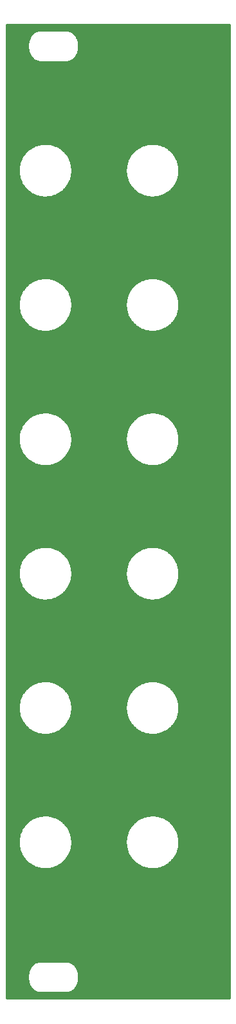
<source format=gbr>
G04 DipTrace 4.0.0.5*
G04 1 - Top.gbr*
%MOIN*%
G04 #@! TF.FileFunction,Copper,L1,Top*
G04 #@! TF.Part,Single*
G04 #@! TA.AperFunction,CopperBalancing*
%ADD15C,0.011811*%
%FSLAX26Y26*%
G04*
G70*
G90*
G75*
G01*
G04 Top*
%LPD*%
X408667Y5427297D2*
D15*
X1559841D1*
X408667Y5415617D2*
X1559841D1*
X408667Y5403937D2*
X551324D1*
X748442D2*
X1559841D1*
X408667Y5392257D2*
X537333D1*
X762433D2*
X1559841D1*
X408667Y5380577D2*
X528567D1*
X771188D2*
X1559841D1*
X408667Y5368898D2*
X522570D1*
X777185D2*
X1559841D1*
X408667Y5357218D2*
X518545D1*
X781210D2*
X1559841D1*
X408667Y5345538D2*
X516052D1*
X783702D2*
X1559841D1*
X408667Y5333858D2*
X514923D1*
X784832D2*
X1559841D1*
X408667Y5322178D2*
X515072D1*
X784694D2*
X1559841D1*
X408667Y5310499D2*
X516503D1*
X783252D2*
X1559841D1*
X408667Y5298819D2*
X519352D1*
X780415D2*
X1559841D1*
X408667Y5287139D2*
X523815D1*
X775940D2*
X1559841D1*
X408667Y5275459D2*
X530344D1*
X769423D2*
X1559841D1*
X408667Y5263780D2*
X539975D1*
X759780D2*
X1559841D1*
X408667Y5252100D2*
X556331D1*
X743436D2*
X1559841D1*
X408667Y5240420D2*
X1559841D1*
X408667Y5228740D2*
X1559841D1*
X408667Y5217060D2*
X1559841D1*
X408667Y5205381D2*
X1559841D1*
X408667Y5193701D2*
X1559841D1*
X408667Y5182021D2*
X1559841D1*
X408667Y5170341D2*
X1559841D1*
X408667Y5158661D2*
X1559841D1*
X408667Y5146982D2*
X1559841D1*
X408667Y5135302D2*
X1559841D1*
X408667Y5123622D2*
X1559841D1*
X408667Y5111942D2*
X1559841D1*
X408667Y5100262D2*
X1559841D1*
X408667Y5088583D2*
X1559841D1*
X408667Y5076903D2*
X1559841D1*
X408667Y5065223D2*
X1559841D1*
X408667Y5053543D2*
X1559841D1*
X408667Y5041864D2*
X1559841D1*
X408667Y5030184D2*
X1559841D1*
X408667Y5018504D2*
X1559841D1*
X408667Y5006824D2*
X1559841D1*
X408667Y4995144D2*
X1559841D1*
X408667Y4983465D2*
X1559841D1*
X408667Y4971785D2*
X1559841D1*
X408667Y4960105D2*
X1559841D1*
X408667Y4948425D2*
X1559841D1*
X408667Y4936745D2*
X1559841D1*
X408667Y4925066D2*
X1559841D1*
X408667Y4913386D2*
X1559841D1*
X408667Y4901706D2*
X1559841D1*
X408667Y4890026D2*
X1559841D1*
X408667Y4878346D2*
X1559841D1*
X408667Y4866667D2*
X1559841D1*
X408667Y4854987D2*
X1559841D1*
X408667Y4843307D2*
X1559841D1*
X408667Y4831627D2*
X1559841D1*
X408667Y4819948D2*
X563539D1*
X652546D2*
X1119096D1*
X1208102D2*
X1559841D1*
X408667Y4808268D2*
X537276D1*
X678913D2*
X1092832D1*
X1234470D2*
X1559841D1*
X408667Y4796588D2*
X520021D1*
X696134D2*
X1075577D1*
X1251690D2*
X1559841D1*
X408667Y4784908D2*
X507045D1*
X709133D2*
X1062601D1*
X1264678D2*
X1559841D1*
X408667Y4773228D2*
X496734D1*
X719387D2*
X1052290D1*
X1274944D2*
X1559841D1*
X408667Y4761549D2*
X488497D1*
X727622D2*
X1044054D1*
X1283178D2*
X1559841D1*
X408667Y4749869D2*
X481877D1*
X734255D2*
X1037433D1*
X1289811D2*
X1559841D1*
X408667Y4738189D2*
X476629D1*
X739491D2*
X1032185D1*
X1295047D2*
X1559841D1*
X408667Y4726509D2*
X472592D1*
X743517D2*
X1028148D1*
X1299073D2*
X1559841D1*
X408667Y4714829D2*
X469697D1*
X746446D2*
X1025253D1*
X1302003D2*
X1559841D1*
X408667Y4703150D2*
X467852D1*
X748327D2*
X1023408D1*
X1303883D2*
X1559841D1*
X408667Y4691470D2*
X466975D1*
X749168D2*
X1022531D1*
X1304724D2*
X1559841D1*
X408667Y4679790D2*
X467045D1*
X749064D2*
X1022601D1*
X1304621D2*
X1559841D1*
X408667Y4668110D2*
X468129D1*
X748026D2*
X1023685D1*
X1303583D2*
X1559841D1*
X408667Y4656430D2*
X470205D1*
X745950D2*
X1025761D1*
X1301507D2*
X1559841D1*
X408667Y4644751D2*
X473319D1*
X742814D2*
X1028875D1*
X1298370D2*
X1559841D1*
X408667Y4633071D2*
X477575D1*
X738556D2*
X1033119D1*
X1294113D2*
X1559841D1*
X408667Y4621391D2*
X483076D1*
X733055D2*
X1038622D1*
X1288612D2*
X1559841D1*
X408667Y4609711D2*
X490009D1*
X726135D2*
X1045566D1*
X1281680D2*
X1559841D1*
X408667Y4598031D2*
X498625D1*
X717530D2*
X1054181D1*
X1273087D2*
X1559841D1*
X408667Y4586352D2*
X509328D1*
X706781D2*
X1064885D1*
X1262325D2*
X1559841D1*
X408667Y4574672D2*
X523031D1*
X693123D2*
X1078588D1*
X1248680D2*
X1559841D1*
X408667Y4562992D2*
X541440D1*
X674657D2*
X1096996D1*
X1230214D2*
X1559841D1*
X408667Y4551312D2*
X571394D1*
X644622D2*
X1126950D1*
X1200178D2*
X1559841D1*
X408667Y4539633D2*
X1559841D1*
X408667Y4527953D2*
X1559841D1*
X408667Y4516273D2*
X1559841D1*
X408667Y4504593D2*
X1559841D1*
X408667Y4492913D2*
X1559841D1*
X408667Y4481234D2*
X1559841D1*
X408667Y4469554D2*
X1559841D1*
X408667Y4457874D2*
X1559841D1*
X408667Y4446194D2*
X1559841D1*
X408667Y4434514D2*
X1559841D1*
X408667Y4422835D2*
X1559841D1*
X408667Y4411155D2*
X1559841D1*
X408667Y4399475D2*
X1559841D1*
X408667Y4387795D2*
X1559841D1*
X408667Y4376115D2*
X1559841D1*
X408667Y4364436D2*
X1559841D1*
X408667Y4352756D2*
X1559841D1*
X408667Y4341076D2*
X1559841D1*
X408667Y4329396D2*
X1559841D1*
X408667Y4317717D2*
X1559841D1*
X408667Y4306037D2*
X1559841D1*
X408667Y4294357D2*
X1559841D1*
X408667Y4282677D2*
X1559841D1*
X408667Y4270997D2*
X1559841D1*
X408667Y4259318D2*
X1559841D1*
X408667Y4247638D2*
X1559841D1*
X408667Y4235958D2*
X1559841D1*
X408667Y4224278D2*
X1559841D1*
X408667Y4212598D2*
X1559841D1*
X408667Y4200919D2*
X1559841D1*
X408667Y4189239D2*
X1559841D1*
X408667Y4177559D2*
X1559841D1*
X408667Y4165879D2*
X1559841D1*
X408667Y4154199D2*
X1559841D1*
X408667Y4142520D2*
X1559841D1*
X408667Y4130840D2*
X586365D1*
X629962D2*
X1141921D1*
X1185530D2*
X1559841D1*
X408667Y4119160D2*
X547507D1*
X668648D2*
X1103063D1*
X1224205D2*
X1559841D1*
X408667Y4107480D2*
X527241D1*
X688913D2*
X1082798D1*
X1244470D2*
X1559841D1*
X408667Y4095801D2*
X512570D1*
X703562D2*
X1068126D1*
X1259118D2*
X1559841D1*
X408667Y4084121D2*
X501151D1*
X714982D2*
X1056707D1*
X1270538D2*
X1559841D1*
X408667Y4072441D2*
X492050D1*
X724070D2*
X1047594D1*
X1279626D2*
X1559841D1*
X408667Y4060761D2*
X484726D1*
X731406D2*
X1040282D1*
X1286962D2*
X1559841D1*
X408667Y4049081D2*
X478878D1*
X737265D2*
X1034434D1*
X1292822D2*
X1559841D1*
X408667Y4037402D2*
X474299D1*
X741822D2*
X1029856D1*
X1297378D2*
X1559841D1*
X408667Y4025722D2*
X470874D1*
X745235D2*
X1026430D1*
X1300791D2*
X1559841D1*
X408667Y4014042D2*
X468567D1*
X747588D2*
X1024112D1*
X1303144D2*
X1559841D1*
X408667Y4002362D2*
X467264D1*
X748903D2*
X1022808D1*
X1304459D2*
X1559841D1*
X408667Y3990682D2*
X466906D1*
X749226D2*
X1022462D1*
X1304782D2*
X1559841D1*
X408667Y3979003D2*
X467505D1*
X748614D2*
X1023062D1*
X1304171D2*
X1559841D1*
X408667Y3967323D2*
X469131D1*
X747046D2*
X1024688D1*
X1302591D2*
X1559841D1*
X408667Y3955643D2*
X471773D1*
X744394D2*
X1027329D1*
X1299950D2*
X1559841D1*
X408667Y3943963D2*
X475487D1*
X740656D2*
X1031043D1*
X1296213D2*
X1559841D1*
X408667Y3932283D2*
X480400D1*
X735731D2*
X1035957D1*
X1291287D2*
X1559841D1*
X408667Y3920604D2*
X486652D1*
X729491D2*
X1042209D1*
X1285035D2*
X1559841D1*
X408667Y3908924D2*
X494461D1*
X721694D2*
X1050017D1*
X1277251D2*
X1559841D1*
X408667Y3897244D2*
X504138D1*
X712005D2*
X1059694D1*
X1267562D2*
X1559841D1*
X408667Y3885564D2*
X516365D1*
X699802D2*
X1071921D1*
X1255358D2*
X1559841D1*
X408667Y3873885D2*
X532270D1*
X683908D2*
X1087827D1*
X1239465D2*
X1559841D1*
X408667Y3862205D2*
X555223D1*
X660955D2*
X1110780D1*
X1216512D2*
X1559841D1*
X408667Y3850525D2*
X1559841D1*
X408667Y3838845D2*
X1559841D1*
X408667Y3827165D2*
X1559841D1*
X408667Y3815486D2*
X1559841D1*
X408667Y3803806D2*
X1559841D1*
X408667Y3792126D2*
X1559841D1*
X408667Y3780446D2*
X1559841D1*
X408667Y3768766D2*
X1559841D1*
X408667Y3757087D2*
X1559841D1*
X408667Y3745407D2*
X1559841D1*
X408667Y3733727D2*
X1559841D1*
X408667Y3722047D2*
X1559841D1*
X408667Y3710367D2*
X1559841D1*
X408667Y3698688D2*
X1559841D1*
X408667Y3687008D2*
X1559841D1*
X408667Y3675328D2*
X1559841D1*
X408667Y3663648D2*
X1559841D1*
X408667Y3651969D2*
X1559841D1*
X408667Y3640289D2*
X1559841D1*
X408667Y3628609D2*
X1559841D1*
X408667Y3616929D2*
X1559841D1*
X408667Y3605249D2*
X1559841D1*
X408667Y3593570D2*
X1559841D1*
X408667Y3581890D2*
X1559841D1*
X408667Y3570210D2*
X1559841D1*
X408667Y3558530D2*
X1559841D1*
X408667Y3546850D2*
X1559841D1*
X408667Y3535171D2*
X1559841D1*
X408667Y3523491D2*
X1559841D1*
X408667Y3511811D2*
X1559841D1*
X408667Y3500131D2*
X1559841D1*
X408667Y3488451D2*
X1559841D1*
X408667Y3476772D2*
X1559841D1*
X408667Y3465092D2*
X1559841D1*
X408667Y3453412D2*
X1559841D1*
X408667Y3441732D2*
X1559841D1*
X408667Y3430052D2*
X560598D1*
X655626D2*
X1116155D1*
X1211182D2*
X1559841D1*
X408667Y3418373D2*
X535510D1*
X680609D2*
X1091067D1*
X1236165D2*
X1559841D1*
X408667Y3406693D2*
X518740D1*
X697357D2*
X1074297D1*
X1252913D2*
X1559841D1*
X408667Y3395013D2*
X506052D1*
X710114D2*
X1061609D1*
X1265671D2*
X1559841D1*
X408667Y3383333D2*
X495961D1*
X720160D2*
X1051517D1*
X1275717D2*
X1559841D1*
X408667Y3371654D2*
X487875D1*
X728257D2*
X1043432D1*
X1283814D2*
X1559841D1*
X408667Y3359974D2*
X481381D1*
X734762D2*
X1036937D1*
X1290319D2*
X1559841D1*
X408667Y3348294D2*
X476248D1*
X739895D2*
X1031804D1*
X1295451D2*
X1559841D1*
X408667Y3336614D2*
X472315D1*
X743816D2*
X1027871D1*
X1299373D2*
X1559841D1*
X408667Y3324934D2*
X469478D1*
X746631D2*
X1025034D1*
X1302188D2*
X1559841D1*
X408667Y3313255D2*
X467724D1*
X748430D2*
X1023281D1*
X1303987D2*
X1559841D1*
X408667Y3301575D2*
X466951D1*
X749203D2*
X1022508D1*
X1304760D2*
X1559841D1*
X408667Y3289895D2*
X467113D1*
X749007D2*
X1022669D1*
X1304563D2*
X1559841D1*
X408667Y3278215D2*
X468255D1*
X747877D2*
X1023811D1*
X1303433D2*
X1559841D1*
X408667Y3266535D2*
X470436D1*
X745743D2*
X1025992D1*
X1301299D2*
X1559841D1*
X408667Y3254856D2*
X473654D1*
X742513D2*
X1029210D1*
X1298058D2*
X1559841D1*
X408667Y3243176D2*
X478001D1*
X738142D2*
X1033558D1*
X1293698D2*
X1559841D1*
X408667Y3231496D2*
X483618D1*
X732525D2*
X1039175D1*
X1288081D2*
X1559841D1*
X408667Y3219816D2*
X490689D1*
X725478D2*
X1046245D1*
X1281022D2*
X1559841D1*
X408667Y3208136D2*
X499455D1*
X716711D2*
X1055012D1*
X1272268D2*
X1559841D1*
X408667Y3196457D2*
X510402D1*
X705719D2*
X1065958D1*
X1261276D2*
X1559841D1*
X408667Y3184777D2*
X524357D1*
X691728D2*
X1079913D1*
X1247285D2*
X1559841D1*
X408667Y3173097D2*
X543424D1*
X672755D2*
X1098980D1*
X1228311D2*
X1559841D1*
X408667Y3161417D2*
X575615D1*
X640643D2*
X1131172D1*
X1196199D2*
X1559841D1*
X408667Y3149738D2*
X1559841D1*
X408667Y3138058D2*
X1559841D1*
X408667Y3126378D2*
X1559841D1*
X408667Y3114698D2*
X1559841D1*
X408667Y3103018D2*
X1559841D1*
X408667Y3091339D2*
X1559841D1*
X408667Y3079659D2*
X1559841D1*
X408667Y3067979D2*
X1559841D1*
X408667Y3056299D2*
X1559841D1*
X408667Y3044619D2*
X1559841D1*
X408667Y3032940D2*
X1559841D1*
X408667Y3021260D2*
X1559841D1*
X408667Y3009580D2*
X1559841D1*
X408667Y2997900D2*
X1559841D1*
X408667Y2986220D2*
X1559841D1*
X408667Y2974541D2*
X1559841D1*
X408667Y2962861D2*
X1559841D1*
X408667Y2951181D2*
X1559841D1*
X408667Y2939501D2*
X1559841D1*
X408667Y2927822D2*
X1559841D1*
X408667Y2916142D2*
X1559841D1*
X408667Y2904462D2*
X1559841D1*
X408667Y2892782D2*
X1559841D1*
X408667Y2881102D2*
X1559841D1*
X408667Y2869423D2*
X1559841D1*
X408667Y2857743D2*
X1559841D1*
X408667Y2846063D2*
X1559841D1*
X408667Y2834383D2*
X1559841D1*
X408667Y2822703D2*
X1559841D1*
X408667Y2811024D2*
X1559841D1*
X408667Y2799344D2*
X1559841D1*
X408667Y2787664D2*
X1559841D1*
X408667Y2775984D2*
X1559841D1*
X408667Y2764304D2*
X1559841D1*
X408667Y2752625D2*
X1559841D1*
X408667Y2740945D2*
X580437D1*
X635857D2*
X1135993D1*
X1191402D2*
X1559841D1*
X408667Y2729265D2*
X545396D1*
X670701D2*
X1100953D1*
X1226257D2*
X1559841D1*
X408667Y2717585D2*
X525799D1*
X690390D2*
X1081356D1*
X1245946D2*
X1559841D1*
X408667Y2705906D2*
X511486D1*
X704681D2*
X1067042D1*
X1260249D2*
X1559841D1*
X408667Y2694226D2*
X500274D1*
X715835D2*
X1055831D1*
X1271391D2*
X1559841D1*
X408667Y2682546D2*
X491370D1*
X724773D2*
X1046927D1*
X1280329D2*
X1559841D1*
X408667Y2670866D2*
X484172D1*
X731983D2*
X1039728D1*
X1287539D2*
X1559841D1*
X408667Y2659186D2*
X478440D1*
X737715D2*
X1033996D1*
X1293272D2*
X1559841D1*
X408667Y2647507D2*
X473976D1*
X742167D2*
X1029533D1*
X1297723D2*
X1559841D1*
X408667Y2635827D2*
X470655D1*
X745478D2*
X1026211D1*
X1301034D2*
X1559841D1*
X408667Y2624147D2*
X468394D1*
X747727D2*
X1023950D1*
X1303283D2*
X1559841D1*
X408667Y2612467D2*
X467182D1*
X748984D2*
X1022739D1*
X1304541D2*
X1559841D1*
X408667Y2600787D2*
X466929D1*
X749214D2*
X1022486D1*
X1304770D2*
X1559841D1*
X408667Y2589108D2*
X467609D1*
X748510D2*
X1023154D1*
X1304067D2*
X1559841D1*
X408667Y2577428D2*
X469304D1*
X746839D2*
X1024861D1*
X1302395D2*
X1559841D1*
X408667Y2565748D2*
X472038D1*
X744127D2*
X1027594D1*
X1299684D2*
X1559841D1*
X408667Y2554068D2*
X475867D1*
X740287D2*
X1031424D1*
X1295844D2*
X1559841D1*
X408667Y2542388D2*
X480896D1*
X735259D2*
X1036453D1*
X1290815D2*
X1559841D1*
X408667Y2530709D2*
X487264D1*
X728891D2*
X1042820D1*
X1284448D2*
X1559841D1*
X408667Y2519029D2*
X495210D1*
X720967D2*
X1050766D1*
X1276524D2*
X1559841D1*
X408667Y2507349D2*
X505060D1*
X711047D2*
X1060617D1*
X1266593D2*
X1559841D1*
X408667Y2495669D2*
X517552D1*
X698636D2*
X1073109D1*
X1254193D2*
X1559841D1*
X408667Y2483990D2*
X533862D1*
X682293D2*
X1089419D1*
X1237849D2*
X1559841D1*
X408667Y2472310D2*
X557772D1*
X658348D2*
X1113328D1*
X1213904D2*
X1559841D1*
X408667Y2460630D2*
X1559841D1*
X408667Y2448950D2*
X1559841D1*
X408667Y2437270D2*
X1559841D1*
X408667Y2425591D2*
X1559841D1*
X408667Y2413911D2*
X1559841D1*
X408667Y2402231D2*
X1559841D1*
X408667Y2390551D2*
X1559841D1*
X408667Y2378871D2*
X1559841D1*
X408667Y2367192D2*
X1559841D1*
X408667Y2355512D2*
X1559841D1*
X408667Y2343832D2*
X1559841D1*
X408667Y2332152D2*
X1559841D1*
X408667Y2320472D2*
X1559841D1*
X408667Y2308793D2*
X1559841D1*
X408667Y2297113D2*
X1559841D1*
X408667Y2285433D2*
X1559841D1*
X408667Y2273753D2*
X1559841D1*
X408667Y2262073D2*
X1559841D1*
X408667Y2250394D2*
X1559841D1*
X408667Y2238714D2*
X1559841D1*
X408667Y2227034D2*
X1559841D1*
X408667Y2215354D2*
X1559841D1*
X408667Y2203675D2*
X1559841D1*
X408667Y2191995D2*
X1559841D1*
X408667Y2180315D2*
X1559841D1*
X408667Y2168635D2*
X1559841D1*
X408667Y2156955D2*
X1559841D1*
X408667Y2145276D2*
X1559841D1*
X408667Y2133596D2*
X1559841D1*
X408667Y2121916D2*
X1559841D1*
X408667Y2110236D2*
X1559841D1*
X408667Y2098556D2*
X1559841D1*
X408667Y2086877D2*
X1559841D1*
X408667Y2075197D2*
X1559841D1*
X408667Y2063517D2*
X1559841D1*
X408667Y2051837D2*
X1559841D1*
X408667Y2040157D2*
X557772D1*
X658314D2*
X1113328D1*
X1213870D2*
X1559841D1*
X408667Y2028478D2*
X533862D1*
X682259D2*
X1089419D1*
X1237815D2*
X1559841D1*
X408667Y2016798D2*
X517552D1*
X698591D2*
X1073109D1*
X1254147D2*
X1559841D1*
X408667Y2005118D2*
X505060D1*
X711047D2*
X1060617D1*
X1266604D2*
X1559841D1*
X408667Y1993438D2*
X495210D1*
X720933D2*
X1050766D1*
X1276490D2*
X1559841D1*
X408667Y1981759D2*
X487264D1*
X728891D2*
X1042820D1*
X1284448D2*
X1559841D1*
X408667Y1970079D2*
X480896D1*
X735281D2*
X1036453D1*
X1290825D2*
X1559841D1*
X408667Y1958399D2*
X475867D1*
X740287D2*
X1031424D1*
X1295844D2*
X1559841D1*
X408667Y1946719D2*
X472038D1*
X744105D2*
X1027594D1*
X1299661D2*
X1559841D1*
X408667Y1935039D2*
X469304D1*
X746815D2*
X1024861D1*
X1302371D2*
X1559841D1*
X408667Y1923360D2*
X467609D1*
X748522D2*
X1023154D1*
X1304079D2*
X1559841D1*
X408667Y1911680D2*
X466929D1*
X749249D2*
X1022486D1*
X1304806D2*
X1559841D1*
X408667Y1900000D2*
X467182D1*
X748949D2*
X1022739D1*
X1304505D2*
X1559841D1*
X408667Y1888320D2*
X468394D1*
X747715D2*
X1023950D1*
X1303272D2*
X1559841D1*
X408667Y1876640D2*
X470655D1*
X745490D2*
X1026211D1*
X1301046D2*
X1559841D1*
X408667Y1864961D2*
X473976D1*
X742202D2*
X1029533D1*
X1297759D2*
X1559841D1*
X408667Y1853281D2*
X478440D1*
X737727D2*
X1033996D1*
X1293283D2*
X1559841D1*
X408667Y1841601D2*
X484172D1*
X731993D2*
X1039728D1*
X1287550D2*
X1559841D1*
X408667Y1829921D2*
X491370D1*
X724808D2*
X1046927D1*
X1280365D2*
X1559841D1*
X408667Y1818241D2*
X500274D1*
X715835D2*
X1055831D1*
X1271391D2*
X1559841D1*
X408667Y1806562D2*
X511486D1*
X704669D2*
X1067042D1*
X1260226D2*
X1559841D1*
X408667Y1794882D2*
X525799D1*
X690332D2*
X1081356D1*
X1245888D2*
X1559841D1*
X408667Y1783202D2*
X545396D1*
X670747D2*
X1100953D1*
X1226303D2*
X1559841D1*
X408667Y1771522D2*
X580437D1*
X635752D2*
X1135993D1*
X1191308D2*
X1559841D1*
X408667Y1759843D2*
X1559841D1*
X408667Y1748163D2*
X1559841D1*
X408667Y1736483D2*
X1559841D1*
X408667Y1724803D2*
X1559841D1*
X408667Y1713123D2*
X1559841D1*
X408667Y1701444D2*
X1559841D1*
X408667Y1689764D2*
X1559841D1*
X408667Y1678084D2*
X1559841D1*
X408667Y1666404D2*
X1559841D1*
X408667Y1654724D2*
X1559841D1*
X408667Y1643045D2*
X1559841D1*
X408667Y1631365D2*
X1559841D1*
X408667Y1619685D2*
X1559841D1*
X408667Y1608005D2*
X1559841D1*
X408667Y1596325D2*
X1559841D1*
X408667Y1584646D2*
X1559841D1*
X408667Y1572966D2*
X1559841D1*
X408667Y1561286D2*
X1559841D1*
X408667Y1549606D2*
X1559841D1*
X408667Y1537927D2*
X1559841D1*
X408667Y1526247D2*
X1559841D1*
X408667Y1514567D2*
X1559841D1*
X408667Y1502887D2*
X1559841D1*
X408667Y1491207D2*
X1559841D1*
X408667Y1479528D2*
X1559841D1*
X408667Y1467848D2*
X1559841D1*
X408667Y1456168D2*
X1559841D1*
X408667Y1444488D2*
X1559841D1*
X408667Y1432808D2*
X1559841D1*
X408667Y1421129D2*
X1559841D1*
X408667Y1409449D2*
X1559841D1*
X408667Y1397769D2*
X1559841D1*
X408667Y1386089D2*
X1559841D1*
X408667Y1374409D2*
X1559841D1*
X408667Y1362730D2*
X1559841D1*
X408667Y1351050D2*
X575615D1*
X640505D2*
X1131172D1*
X1196062D2*
X1559841D1*
X408667Y1339370D2*
X543424D1*
X672766D2*
X1098980D1*
X1228311D2*
X1559841D1*
X408667Y1327690D2*
X524357D1*
X691740D2*
X1079913D1*
X1247297D2*
X1559841D1*
X408667Y1316010D2*
X510402D1*
X705753D2*
X1065958D1*
X1261310D2*
X1559841D1*
X408667Y1304331D2*
X499455D1*
X716677D2*
X1055012D1*
X1272234D2*
X1559841D1*
X408667Y1292651D2*
X490689D1*
X725478D2*
X1046245D1*
X1281034D2*
X1559841D1*
X408667Y1280971D2*
X483618D1*
X732547D2*
X1039175D1*
X1288104D2*
X1559841D1*
X408667Y1269291D2*
X478001D1*
X738165D2*
X1033558D1*
X1293722D2*
X1559841D1*
X408667Y1257612D2*
X473654D1*
X742513D2*
X1029210D1*
X1298070D2*
X1559841D1*
X408667Y1245932D2*
X470436D1*
X745709D2*
X1025992D1*
X1301265D2*
X1559841D1*
X408667Y1234252D2*
X468255D1*
X747865D2*
X1023811D1*
X1303421D2*
X1559841D1*
X408667Y1222572D2*
X467113D1*
X749030D2*
X1022669D1*
X1304587D2*
X1559841D1*
X408667Y1210892D2*
X466951D1*
X749214D2*
X1022508D1*
X1304770D2*
X1559841D1*
X408667Y1199213D2*
X467724D1*
X748407D2*
X1023281D1*
X1303963D2*
X1559841D1*
X408667Y1187533D2*
X469478D1*
X746631D2*
X1025034D1*
X1302188D2*
X1559841D1*
X408667Y1175853D2*
X472315D1*
X743840D2*
X1027871D1*
X1299396D2*
X1559841D1*
X408667Y1164173D2*
X476248D1*
X739929D2*
X1031804D1*
X1295486D2*
X1559841D1*
X408667Y1152493D2*
X481381D1*
X734785D2*
X1036937D1*
X1290341D2*
X1559841D1*
X408667Y1140814D2*
X487875D1*
X728291D2*
X1043432D1*
X1283848D2*
X1559841D1*
X408667Y1129134D2*
X495961D1*
X720172D2*
X1051517D1*
X1275728D2*
X1559841D1*
X408667Y1117454D2*
X506052D1*
X710079D2*
X1061609D1*
X1265635D2*
X1559841D1*
X408667Y1105774D2*
X518740D1*
X697369D2*
X1074297D1*
X1252925D2*
X1559841D1*
X408667Y1094094D2*
X535510D1*
X680587D2*
X1091067D1*
X1236143D2*
X1559841D1*
X408667Y1082415D2*
X560598D1*
X655545D2*
X1116155D1*
X1211101D2*
X1559841D1*
X408667Y1070735D2*
X1559841D1*
X408667Y1059055D2*
X1559841D1*
X408667Y1047375D2*
X1559841D1*
X408667Y1035696D2*
X1559841D1*
X408667Y1024016D2*
X1559841D1*
X408667Y1012336D2*
X1559841D1*
X408667Y1000656D2*
X1559841D1*
X408667Y988976D2*
X1559841D1*
X408667Y977297D2*
X1559841D1*
X408667Y965617D2*
X1559841D1*
X408667Y953937D2*
X1559841D1*
X408667Y942257D2*
X1559841D1*
X408667Y930577D2*
X1559841D1*
X408667Y918898D2*
X1559841D1*
X408667Y907218D2*
X1559841D1*
X408667Y895538D2*
X1559841D1*
X408667Y883858D2*
X1559841D1*
X408667Y872178D2*
X1559841D1*
X408667Y860499D2*
X1559841D1*
X408667Y848819D2*
X1559841D1*
X408667Y837139D2*
X1559841D1*
X408667Y825459D2*
X1559841D1*
X408667Y813780D2*
X1559841D1*
X408667Y802100D2*
X1559841D1*
X408667Y790420D2*
X1559841D1*
X408667Y778740D2*
X1559841D1*
X408667Y767060D2*
X1559841D1*
X408667Y755381D2*
X1559841D1*
X408667Y743701D2*
X1559841D1*
X408667Y732021D2*
X1559841D1*
X408667Y720341D2*
X1559841D1*
X408667Y708661D2*
X1559841D1*
X408667Y696982D2*
X1559841D1*
X408667Y685302D2*
X1559841D1*
X408667Y673622D2*
X1559841D1*
X408667Y661942D2*
X1559841D1*
X408667Y650262D2*
X1559841D1*
X408667Y638583D2*
X1559841D1*
X408667Y626903D2*
X1559841D1*
X408667Y615223D2*
X1559841D1*
X408667Y603543D2*
X1559841D1*
X408667Y591864D2*
X551774D1*
X747992D2*
X1559841D1*
X408667Y580184D2*
X537598D1*
X762168D2*
X1559841D1*
X408667Y568504D2*
X528740D1*
X771026D2*
X1559841D1*
X408667Y556824D2*
X522685D1*
X777070D2*
X1559841D1*
X408667Y545144D2*
X518613D1*
X781142D2*
X1559841D1*
X408667Y533465D2*
X516098D1*
X783667D2*
X1559841D1*
X408667Y521785D2*
X514934D1*
X784820D2*
X1559841D1*
X408667Y510105D2*
X515050D1*
X784717D2*
X1559841D1*
X408667Y498425D2*
X516445D1*
X783310D2*
X1559841D1*
X408667Y486745D2*
X519260D1*
X780507D2*
X1559841D1*
X408667Y475066D2*
X523689D1*
X776066D2*
X1559841D1*
X408667Y463386D2*
X530159D1*
X769608D2*
X1559841D1*
X408667Y451706D2*
X539686D1*
X760080D2*
X1559841D1*
X408667Y440026D2*
X555731D1*
X744024D2*
X1559841D1*
X408667Y428346D2*
X1559841D1*
X408667Y416667D2*
X1559841D1*
X749606Y444014D2*
X746919Y442278D1*
X746123Y441812D1*
X743318Y440264D1*
X742491Y439856D1*
X740041Y438717D1*
X738854Y438210D1*
X737197Y437559D1*
X735486Y436961D1*
X734546Y436644D1*
X732807Y436135D1*
X731966Y435900D1*
X730953Y435643D1*
X729100Y435226D1*
X727315Y434899D1*
X726298Y434726D1*
X724496Y434495D1*
X723467Y434375D1*
X721650Y434240D1*
X720768Y434185D1*
X719503Y434144D1*
X579933Y434147D1*
X578112Y434240D1*
X577070Y434306D1*
X575262Y434495D1*
X574238Y434615D1*
X572446Y434899D1*
X571451Y435070D1*
X569680Y435446D1*
X568702Y435667D1*
X566953Y436135D1*
X565999Y436403D1*
X564274Y436961D1*
X563361Y437268D1*
X561663Y437912D1*
X560559Y438349D1*
X559714Y438718D1*
X556832Y440066D1*
X556016Y440493D1*
X553251Y442033D1*
X552465Y442516D1*
X549832Y444226D1*
X549081Y444760D1*
X546587Y446621D1*
X545870Y447201D1*
X543487Y449223D1*
X542807Y449845D1*
X540728Y451839D1*
X539870Y452713D1*
X537811Y454929D1*
X537205Y455625D1*
X535209Y458026D1*
X534642Y458752D1*
X532766Y461274D1*
X532238Y462029D1*
X530542Y464576D1*
X530004Y465428D1*
X528411Y468101D1*
X527928Y468958D1*
X526441Y471751D1*
X525941Y472756D1*
X524003Y476948D1*
X523647Y477798D1*
X521945Y482159D1*
X521642Y483029D1*
X520257Y487304D1*
X519928Y488434D1*
X518714Y493102D1*
X518512Y494001D1*
X517554Y498803D1*
X517404Y499713D1*
X516706Y504647D1*
X516608Y505563D1*
X516185Y510604D1*
X516138Y511525D1*
X515993Y516675D1*
X515999Y517596D1*
X516144Y522740D1*
X516199Y523660D1*
X516626Y528713D1*
X516734Y529629D1*
X517433Y534566D1*
X517593Y535474D1*
X518556Y540290D1*
X518768Y541188D1*
X519990Y545871D1*
X520252Y546755D1*
X521724Y551297D1*
X522041Y552163D1*
X523651Y556281D1*
X524156Y557463D1*
X526018Y561484D1*
X526433Y562307D1*
X527949Y565155D1*
X528402Y565958D1*
X530043Y568709D1*
X530535Y569488D1*
X532302Y572138D1*
X532835Y572890D1*
X534630Y575303D1*
X535304Y576164D1*
X537322Y578588D1*
X537933Y579278D1*
X540085Y581591D1*
X540736Y582244D1*
X543017Y584425D1*
X543706Y585038D1*
X546118Y587080D1*
X546845Y587647D1*
X549068Y589306D1*
X550155Y590062D1*
X552841Y591795D1*
X553636Y592261D1*
X556442Y593810D1*
X557269Y594218D1*
X559982Y595478D1*
X561663Y596161D1*
X562576Y596520D1*
X564287Y597117D1*
X565201Y597423D1*
X566938Y597934D1*
X567780Y598171D1*
X568811Y598432D1*
X570661Y598848D1*
X572446Y599175D1*
X573461Y599346D1*
X575262Y599579D1*
X576308Y599699D1*
X578126Y599835D1*
X579009Y599888D1*
X580259Y599928D1*
X719508D1*
X720815Y599885D1*
X722689Y599768D1*
X724496Y599579D1*
X725524Y599458D1*
X727315Y599175D1*
X728312Y599003D1*
X730084Y598626D1*
X731071Y598403D1*
X732822Y597933D1*
X733748Y597673D1*
X735472Y597117D1*
X736400Y596806D1*
X738097Y596161D1*
X739201Y595724D1*
X740046Y595356D1*
X742928Y594008D1*
X743744Y593580D1*
X746509Y592041D1*
X747295Y591558D1*
X749928Y589848D1*
X750678Y589314D1*
X753178Y587448D1*
X753895Y586869D1*
X756268Y584854D1*
X756948Y584232D1*
X759194Y582079D1*
X759837Y581419D1*
X761949Y579144D1*
X762555Y578450D1*
X764554Y576043D1*
X765121Y575316D1*
X766991Y572802D1*
X767520Y572047D1*
X769215Y569501D1*
X769756Y568646D1*
X771349Y565972D1*
X771836Y565109D1*
X773322Y562316D1*
X773816Y561320D1*
X775757Y557127D1*
X776112Y556276D1*
X777720Y552157D1*
X778143Y550971D1*
X779503Y546769D1*
X779832Y545639D1*
X781046Y540971D1*
X781248Y540072D1*
X782207Y535265D1*
X782357Y534356D1*
X783051Y529432D1*
X783150Y528514D1*
X783575Y523465D1*
X783622Y522543D1*
X783760Y517585D1*
X783759Y516446D1*
X783615Y511328D1*
X783559Y510408D1*
X783133Y505364D1*
X783025Y504449D1*
X782327Y499508D1*
X782167Y498600D1*
X781203Y493782D1*
X780991Y492886D1*
X779770Y488202D1*
X779507Y487319D1*
X778035Y482778D1*
X777720Y481912D1*
X776001Y477518D1*
X775633Y476673D1*
X773743Y472596D1*
X773329Y471773D1*
X771811Y468919D1*
X771358Y468115D1*
X769719Y465369D1*
X769227Y464589D1*
X767455Y461930D1*
X766923Y461177D1*
X765127Y458765D1*
X764455Y457909D1*
X762438Y455486D1*
X761827Y454795D1*
X759680Y452488D1*
X759029Y451835D1*
X756738Y449642D1*
X756049Y449030D1*
X753642Y446993D1*
X752915Y446427D1*
X750692Y444768D1*
X749606Y444014D1*
X555948Y5252887D2*
X553652Y5254160D1*
X555948Y5252887D1*
X553255Y5254387D2*
X552465Y5254871D1*
X551310Y5255619D1*
X553255Y5254387D1*
X557273Y5252211D2*
X559722Y5251071D1*
X560848Y5250589D1*
X562495Y5249942D1*
X563445Y5249596D1*
X565118Y5249033D1*
X566112Y5248728D1*
X567810Y5248252D1*
X568812Y5247999D1*
X570534Y5247610D1*
X571597Y5247400D1*
X573340Y5247104D1*
X574390Y5246954D1*
X576152Y5246748D1*
X577228Y5246652D1*
X579012Y5246541D1*
X580276Y5246501D1*
X719505D1*
X720768Y5246542D1*
X722549Y5246654D1*
X723622Y5246749D1*
X725386Y5246955D1*
X726438Y5247106D1*
X728180Y5247403D1*
X729247Y5247614D1*
X730971Y5248005D1*
X731966Y5248256D1*
X733664Y5248732D1*
X734657Y5249038D1*
X736331Y5249601D1*
X737281Y5249949D1*
X738928Y5250596D1*
X740054Y5251079D1*
X742483Y5252209D1*
X743314Y5252619D1*
X746123Y5254168D1*
X747310Y5254881D1*
X749606Y5256370D1*
X750692Y5257123D1*
X752915Y5258782D1*
X753907Y5259571D1*
X755993Y5261341D1*
X756948Y5262197D1*
X759024Y5264185D1*
X759848Y5265022D1*
X761827Y5267151D1*
X762566Y5267992D1*
X764457Y5270268D1*
X765131Y5271125D1*
X766925Y5273539D1*
X767529Y5274396D1*
X769224Y5276941D1*
X769764Y5277798D1*
X771358Y5280471D1*
X771844Y5281335D1*
X773329Y5284129D1*
X773823Y5285122D1*
X775634Y5289033D1*
X776118Y5290167D1*
X777719Y5294266D1*
X778123Y5295399D1*
X779507Y5299675D1*
X779836Y5300804D1*
X780991Y5305241D1*
X781251Y5306374D1*
X782167Y5310958D1*
X782360Y5312091D1*
X783025Y5316806D1*
X783151Y5317930D1*
X783559Y5322764D1*
X783623Y5323903D1*
X783759Y5328802D1*
X783760Y5329946D1*
X783622Y5334900D1*
X783558Y5336039D1*
X783150Y5340871D1*
X783022Y5341997D1*
X782357Y5346711D1*
X782164Y5347845D1*
X781248Y5352428D1*
X780987Y5353559D1*
X779832Y5357997D1*
X779503Y5359125D1*
X778118Y5363400D1*
X777715Y5364531D1*
X776113Y5368631D1*
X775627Y5369769D1*
X773814Y5373681D1*
X773323Y5374668D1*
X771835Y5377466D1*
X771346Y5378332D1*
X769751Y5381008D1*
X769218Y5381853D1*
X767566Y5384333D1*
X766923Y5385252D1*
X765118Y5387677D1*
X764449Y5388528D1*
X762558Y5390802D1*
X761816Y5391647D1*
X759837Y5393776D1*
X759013Y5394612D1*
X756948Y5396589D1*
X756037Y5397409D1*
X753890Y5399228D1*
X752903Y5400012D1*
X750678Y5401669D1*
X749589Y5402427D1*
X747295Y5403913D1*
X746115Y5404621D1*
X743751Y5405933D1*
X742929Y5406362D1*
X740038Y5407715D1*
X738912Y5408197D1*
X737265Y5408844D1*
X736315Y5409190D1*
X734642Y5409753D1*
X733648Y5410058D1*
X731950Y5410534D1*
X730936Y5410790D1*
X729217Y5411177D1*
X728178Y5411382D1*
X726436Y5411680D1*
X725369Y5411832D1*
X723606Y5412038D1*
X722531Y5412134D1*
X720751Y5412245D1*
X719486Y5412285D1*
X580256D1*
X578995Y5412244D1*
X577213Y5412133D1*
X576135Y5412035D1*
X574374Y5411831D1*
X573308Y5411677D1*
X571567Y5411379D1*
X570531Y5411175D1*
X568888Y5410804D1*
X567810Y5410534D1*
X566096Y5410054D1*
X565102Y5409748D1*
X563429Y5409185D1*
X562479Y5408837D1*
X560832Y5408190D1*
X559706Y5407707D1*
X557277Y5406579D1*
X556446Y5406167D1*
X553630Y5404613D1*
X552450Y5403904D1*
X550154Y5402415D1*
X549068Y5401661D1*
X546845Y5400003D1*
X545858Y5399219D1*
X543711Y5397399D1*
X542801Y5396577D1*
X540736Y5394601D1*
X539912Y5393764D1*
X537933Y5391635D1*
X537192Y5390790D1*
X535301Y5388513D1*
X534633Y5387664D1*
X532837Y5385252D1*
X532228Y5384386D1*
X530533Y5381840D1*
X529997Y5380990D1*
X528404Y5378318D1*
X527917Y5377454D1*
X526430Y5374660D1*
X525934Y5373660D1*
X524125Y5369751D1*
X523642Y5368617D1*
X522039Y5364517D1*
X521636Y5363386D1*
X520253Y5359110D1*
X519924Y5357980D1*
X518769Y5353543D1*
X518509Y5352412D1*
X517593Y5347829D1*
X517402Y5346701D1*
X516745Y5342062D1*
X516608Y5340866D1*
X516199Y5336017D1*
X516138Y5334888D1*
X515999Y5329951D1*
Y5328816D1*
X516138Y5323881D1*
X516201Y5322752D1*
X516608Y5317920D1*
X516736Y5316783D1*
X517404Y5312070D1*
X517596Y5310942D1*
X518512Y5306358D1*
X518773Y5305226D1*
X519928Y5300787D1*
X520257Y5299660D1*
X521640Y5295385D1*
X522046Y5294252D1*
X523648Y5290154D1*
X524130Y5289024D1*
X525941Y5285110D1*
X526441Y5284106D1*
X527930Y5281310D1*
X528411Y5280457D1*
X530007Y5277781D1*
X530545Y5276928D1*
X532240Y5274382D1*
X532844Y5273526D1*
X534639Y5271113D1*
X535315Y5270253D1*
X537205Y5267979D1*
X537944Y5267139D1*
X539923Y5265010D1*
X540747Y5264175D1*
X542812Y5262197D1*
X543718Y5261382D1*
X545865Y5259560D1*
X546857Y5258773D1*
X549081Y5257115D1*
X550171Y5256358D1*
X551310Y5255619D1*
X557273Y5252211D1*
X625824Y4547891D2*
X620026Y4547278D1*
X619052Y4547198D1*
X613119Y4546861D1*
X612198Y4546832D1*
X606198Y4546783D1*
X605277Y4546799D1*
X599323Y4547042D1*
X598403Y4547102D1*
X592526Y4547627D1*
X591610Y4547732D1*
X585824Y4548533D1*
X584915Y4548682D1*
X579214Y4549752D1*
X578312Y4549945D1*
X572720Y4551277D1*
X571829Y4551513D1*
X566364Y4553096D1*
X560096Y4555214D1*
X559231Y4555533D1*
X553983Y4557608D1*
X553134Y4557967D1*
X548035Y4560266D1*
X547184Y4560675D1*
X542217Y4563199D1*
X541390Y4563644D1*
X536558Y4566391D1*
X535751Y4566874D1*
X531063Y4569835D1*
X530286Y4570352D1*
X525748Y4573520D1*
X524997Y4574070D1*
X520615Y4577440D1*
X519895Y4578020D1*
X515676Y4581583D1*
X514979Y4582198D1*
X510930Y4585950D1*
X510266Y4586594D1*
X506395Y4590526D1*
X505762Y4591198D1*
X502068Y4595308D1*
X501469Y4596008D1*
X497962Y4600289D1*
X497395Y4601014D1*
X494088Y4605455D1*
X493555Y4606207D1*
X490448Y4610806D1*
X489949Y4611581D1*
X487050Y4616333D1*
X486588Y4617131D1*
X483915Y4622008D1*
X483479Y4622846D1*
X481029Y4627858D1*
X480634Y4628715D1*
X478413Y4633853D1*
X478054Y4634739D1*
X476070Y4639999D1*
X475753Y4640900D1*
X474005Y4646293D1*
X472243Y4652686D1*
X472012Y4653623D1*
X470776Y4659206D1*
X470588Y4660160D1*
X469615Y4665837D1*
X469474Y4666804D1*
X468770Y4672570D1*
X468675Y4673545D1*
X468244Y4679449D1*
X468199Y4680370D1*
X468055Y4686352D1*
Y4687273D1*
X468201Y4693255D1*
X468247Y4694175D1*
X468678Y4700077D1*
X468769Y4700995D1*
X469478Y4706816D1*
X469613Y4707728D1*
X470594Y4713454D1*
X470773Y4714360D1*
X472018Y4719986D1*
X472239Y4720881D1*
X473743Y4726406D1*
X474007Y4727289D1*
X475760Y4732697D1*
X476064Y4733567D1*
X478062Y4738858D1*
X478407Y4739713D1*
X480629Y4744852D1*
X481024Y4745710D1*
X483475Y4750720D1*
X483907Y4751556D1*
X486580Y4756433D1*
X487051Y4757249D1*
X489942Y4761986D1*
X490448Y4762772D1*
X493547Y4767361D1*
X494084Y4768118D1*
X497387Y4772552D1*
X497961Y4773287D1*
X501472Y4777575D1*
X505753Y4782371D1*
X506386Y4783043D1*
X510256Y4786974D1*
X510923Y4787622D1*
X514972Y4791373D1*
X515663Y4791984D1*
X519890Y4795555D1*
X520608Y4796134D1*
X524991Y4799503D1*
X525734Y4800049D1*
X530287Y4803228D1*
X531055Y4803739D1*
X535752Y4806703D1*
X536542Y4807178D1*
X541394Y4809937D1*
X542205Y4810373D1*
X547172Y4812899D1*
X548024Y4813307D1*
X553121Y4815606D1*
X553997Y4815976D1*
X559218Y4818042D1*
X560114Y4818371D1*
X565450Y4820196D1*
X566373Y4820487D1*
X571820Y4822062D1*
X572749Y4822307D1*
X578298Y4823629D1*
X579248Y4823832D1*
X584896Y4824894D1*
X585861Y4825051D1*
X591596Y4825844D1*
X592568Y4825955D1*
X598450Y4826480D1*
X599370Y4826539D1*
X605915Y4826794D1*
X608598Y4826804D1*
X614535Y4826660D1*
X615455Y4826614D1*
X621361Y4826182D1*
X622278Y4826092D1*
X628096Y4825383D1*
X629008Y4825248D1*
X634738Y4824266D1*
X635642Y4824088D1*
X641269Y4822843D1*
X642164Y4822621D1*
X647685Y4821118D1*
X648568Y4820854D1*
X653978Y4819102D1*
X654848Y4818797D1*
X660138Y4816801D1*
X660992Y4816454D1*
X666131Y4814232D1*
X666992Y4813837D1*
X672020Y4811378D1*
X677719Y4808277D1*
X678531Y4807808D1*
X683268Y4804917D1*
X684054Y4804412D1*
X688642Y4801312D1*
X689402Y4800774D1*
X693836Y4797471D1*
X694566Y4796902D1*
X698840Y4793402D1*
X699546Y4792797D1*
X703651Y4789108D1*
X704324Y4788475D1*
X708256Y4784604D1*
X708904Y4783937D1*
X712655Y4779886D1*
X713266Y4779196D1*
X716833Y4774974D1*
X717412Y4774256D1*
X720789Y4769865D1*
X721335Y4769122D1*
X724507Y4764576D1*
X725017Y4763808D1*
X727987Y4759106D1*
X728461Y4758316D1*
X731217Y4753470D1*
X731654Y4752657D1*
X734180Y4747690D1*
X734591Y4746835D1*
X736888Y4741738D1*
X737257Y4740864D1*
X739323Y4735643D1*
X739654Y4734745D1*
X741476Y4729408D1*
X741766Y4728491D1*
X743343Y4723043D1*
X743589Y4722110D1*
X744911Y4716562D1*
X745114Y4715608D1*
X746175Y4709961D1*
X746332Y4709004D1*
X747129Y4703248D1*
X747761Y4696416D1*
X747822Y4695491D1*
X748062Y4689534D1*
X748076Y4688613D1*
X748026Y4682618D1*
X747996Y4681697D1*
X747660Y4675768D1*
X747584Y4674849D1*
X746967Y4668999D1*
X746846Y4668085D1*
X745955Y4662323D1*
X745791Y4661416D1*
X744633Y4655756D1*
X744425Y4654858D1*
X743008Y4649301D1*
X742757Y4648413D1*
X741088Y4642965D1*
X740795Y4642089D1*
X738881Y4636760D1*
X738547Y4635900D1*
X736404Y4630720D1*
X736021Y4629852D1*
X733647Y4624797D1*
X733223Y4623948D1*
X730622Y4619026D1*
X730167Y4618209D1*
X727348Y4613425D1*
X726856Y4612631D1*
X723825Y4607992D1*
X723295Y4607220D1*
X720059Y4602735D1*
X719499Y4601993D1*
X716063Y4597665D1*
X715472Y4596954D1*
X711846Y4592791D1*
X711220Y4592105D1*
X707408Y4588114D1*
X706753Y4587459D1*
X702764Y4583650D1*
X702083Y4583028D1*
X697907Y4579388D1*
X692870Y4575366D1*
X692136Y4574810D1*
X687644Y4571570D1*
X686885Y4571047D1*
X682228Y4568004D1*
X681446Y4567518D1*
X676647Y4564692D1*
X675843Y4564241D1*
X670920Y4561642D1*
X670075Y4561220D1*
X665020Y4558845D1*
X664156Y4558463D1*
X658976Y4556319D1*
X658079Y4555972D1*
X652778Y4554068D1*
X651874Y4553768D1*
X646463Y4552108D1*
X645531Y4551845D1*
X640016Y4550438D1*
X639068Y4550220D1*
X633454Y4549072D1*
X632497Y4548900D1*
X626791Y4548016D1*
X625824Y4547891D1*
X1182346Y4548016D2*
X1188058Y4548902D1*
X1189008Y4549072D1*
X1194627Y4550220D1*
X1195572Y4550438D1*
X1201092Y4551846D1*
X1202018Y4552106D1*
X1207433Y4553768D1*
X1208337Y4554070D1*
X1213639Y4555974D1*
X1214531Y4556319D1*
X1219715Y4558466D1*
X1220575Y4558845D1*
X1225634Y4561222D1*
X1226472Y4561640D1*
X1231396Y4564240D1*
X1232219Y4564701D1*
X1237003Y4567518D1*
X1237799Y4568013D1*
X1242438Y4571046D1*
X1243206Y4571573D1*
X1247693Y4574810D1*
X1248430Y4575369D1*
X1252759Y4578802D1*
X1253474Y4579398D1*
X1257638Y4583025D1*
X1258322Y4583650D1*
X1262314Y4587465D1*
X1262963Y4588114D1*
X1266778Y4592108D1*
X1267402Y4592791D1*
X1271030Y4596958D1*
X1271618Y4597665D1*
X1275056Y4601996D1*
X1275614Y4602735D1*
X1278853Y4607224D1*
X1279381Y4607992D1*
X1282412Y4612635D1*
X1282900Y4613421D1*
X1286175Y4619017D1*
X1288782Y4623957D1*
X1289202Y4624797D1*
X1291577Y4629857D1*
X1291959Y4630720D1*
X1294102Y4635900D1*
X1294446Y4636790D1*
X1296350Y4642089D1*
X1296655Y4643003D1*
X1298312Y4648413D1*
X1298573Y4649341D1*
X1299980Y4654858D1*
X1300197Y4655801D1*
X1301346Y4661416D1*
X1301518Y4662377D1*
X1302402Y4668085D1*
X1302528Y4669056D1*
X1303139Y4674849D1*
X1303218Y4675823D1*
X1303552Y4681693D1*
X1303584Y4682681D1*
X1303631Y4688618D1*
X1303614Y4689594D1*
X1303377Y4695491D1*
X1303312Y4696472D1*
X1302791Y4702297D1*
X1302681Y4703262D1*
X1301887Y4709004D1*
X1301731Y4709966D1*
X1300668Y4715615D1*
X1300466Y4716562D1*
X1299143Y4722114D1*
X1298899Y4723039D1*
X1297323Y4728491D1*
X1297033Y4729408D1*
X1295207Y4734749D1*
X1294879Y4735643D1*
X1292812Y4740867D1*
X1292442Y4741741D1*
X1290142Y4746841D1*
X1289735Y4747690D1*
X1286769Y4753474D1*
X1284016Y4758316D1*
X1283535Y4759117D1*
X1280576Y4763804D1*
X1280056Y4764585D1*
X1276887Y4769125D1*
X1276337Y4769874D1*
X1272967Y4774256D1*
X1272385Y4774978D1*
X1268822Y4779196D1*
X1268210Y4779887D1*
X1264455Y4783940D1*
X1263814Y4784601D1*
X1259879Y4788476D1*
X1259206Y4789110D1*
X1255096Y4792802D1*
X1254398Y4793400D1*
X1250121Y4796902D1*
X1249390Y4797472D1*
X1244951Y4800778D1*
X1244198Y4801312D1*
X1239605Y4804415D1*
X1238823Y4804917D1*
X1234083Y4807810D1*
X1233274Y4808277D1*
X1228392Y4810954D1*
X1227558Y4811386D1*
X1222542Y4813839D1*
X1221689Y4814232D1*
X1216550Y4816453D1*
X1215664Y4816811D1*
X1210404Y4818797D1*
X1209497Y4819114D1*
X1204122Y4820854D1*
X1203203Y4821129D1*
X1197722Y4822621D1*
X1196780Y4822853D1*
X1191196Y4824088D1*
X1190241Y4824276D1*
X1184566Y4825248D1*
X1183598Y4825390D1*
X1176871Y4826186D1*
X1171012Y4826614D1*
X1170031Y4826661D1*
X1163390Y4826810D1*
X1160822Y4826777D1*
X1154925Y4826539D1*
X1153944Y4826475D1*
X1148119Y4825954D1*
X1147154Y4825844D1*
X1141412Y4825050D1*
X1140450Y4824894D1*
X1134801Y4823831D1*
X1133856Y4823629D1*
X1127387Y4822066D1*
X1121924Y4820484D1*
X1121008Y4820196D1*
X1115667Y4818370D1*
X1114773Y4818042D1*
X1109549Y4815975D1*
X1108676Y4815606D1*
X1103575Y4813306D1*
X1102727Y4812899D1*
X1097760Y4810374D1*
X1096927Y4809925D1*
X1092096Y4807177D1*
X1091299Y4806698D1*
X1086612Y4803739D1*
X1085831Y4803219D1*
X1081291Y4800050D1*
X1080545Y4799503D1*
X1076163Y4796134D1*
X1075436Y4795546D1*
X1071217Y4791982D1*
X1070529Y4791373D1*
X1066476Y4787618D1*
X1065815Y4786976D1*
X1061940Y4783042D1*
X1061306Y4782369D1*
X1057614Y4778259D1*
X1057016Y4777560D1*
X1053514Y4773283D1*
X1052946Y4772556D1*
X1049639Y4768117D1*
X1049102Y4767360D1*
X1046000Y4762768D1*
X1045495Y4761982D1*
X1042604Y4757241D1*
X1042139Y4756437D1*
X1039462Y4751555D1*
X1039030Y4750720D1*
X1036577Y4745705D1*
X1036184Y4744852D1*
X1033963Y4739713D1*
X1033605Y4738827D1*
X1031307Y4732673D1*
X1029562Y4727285D1*
X1029287Y4726366D1*
X1027795Y4720885D1*
X1027563Y4719942D1*
X1026328Y4714360D1*
X1026140Y4713404D1*
X1025168Y4707728D1*
X1025026Y4706761D1*
X1024324Y4700995D1*
X1024228Y4700020D1*
X1023802Y4694175D1*
X1023755Y4693194D1*
X1023610Y4687273D1*
X1023612Y4686290D1*
X1023755Y4680370D1*
X1023803Y4679390D1*
X1024231Y4673539D1*
X1024325Y4672570D1*
X1025030Y4666799D1*
X1025171Y4665837D1*
X1026144Y4660156D1*
X1026331Y4659206D1*
X1027568Y4653618D1*
X1027799Y4652682D1*
X1029293Y4647196D1*
X1029566Y4646278D1*
X1031308Y4640900D1*
X1031625Y4639999D1*
X1033612Y4634735D1*
X1033969Y4633853D1*
X1036192Y4628711D1*
X1036584Y4627858D1*
X1039037Y4622843D1*
X1039471Y4622004D1*
X1042146Y4617127D1*
X1042613Y4616322D1*
X1045503Y4611585D1*
X1046009Y4610795D1*
X1049110Y4606207D1*
X1049650Y4605448D1*
X1053517Y4600291D1*
X1057025Y4596008D1*
X1057626Y4595307D1*
X1061315Y4591201D1*
X1061953Y4590524D1*
X1065828Y4586589D1*
X1066487Y4585950D1*
X1070539Y4582196D1*
X1071230Y4581584D1*
X1075451Y4578018D1*
X1076171Y4577440D1*
X1080556Y4574067D1*
X1081306Y4573517D1*
X1085848Y4570348D1*
X1086619Y4569835D1*
X1091311Y4566873D1*
X1092112Y4566392D1*
X1096948Y4563643D1*
X1097772Y4563199D1*
X1102744Y4560672D1*
X1103591Y4560266D1*
X1108689Y4557967D1*
X1109566Y4557597D1*
X1114786Y4555533D1*
X1115684Y4555202D1*
X1121021Y4553378D1*
X1121937Y4553089D1*
X1127383Y4551513D1*
X1128319Y4551268D1*
X1133869Y4549945D1*
X1134823Y4549743D1*
X1140469Y4548682D1*
X1141430Y4548526D1*
X1147167Y4547732D1*
X1148138Y4547622D1*
X1153958Y4547102D1*
X1154936Y4547039D1*
X1160832Y4546801D1*
X1161818Y4546785D1*
X1167753Y4546832D1*
X1168736Y4546865D1*
X1175567Y4547277D1*
X1181379Y4547891D1*
X1182346Y4548016D1*
X746730Y4011684D2*
X747126Y4008823D1*
X746730Y4011684D1*
X746329Y4014564D2*
X746730Y4011684D1*
X746329Y4014564D1*
X747236Y4007852D2*
X747762Y4001966D1*
X747822Y4001046D1*
X748062Y3995091D1*
X748076Y3994168D1*
X748026Y3988176D1*
X747996Y3987255D1*
X747660Y3981323D1*
X747584Y3980404D1*
X746970Y3974592D1*
X745955Y3967886D1*
X745791Y3966972D1*
X744633Y3961310D1*
X744425Y3960412D1*
X743008Y3954858D1*
X742759Y3953971D1*
X741087Y3948518D1*
X740795Y3947643D1*
X738879Y3942316D1*
X738547Y3941457D1*
X736404Y3936277D1*
X736021Y3935408D1*
X733647Y3930353D1*
X733224Y3929507D1*
X730623Y3924583D1*
X730167Y3923764D1*
X727348Y3918980D1*
X726856Y3918186D1*
X723825Y3913547D1*
X723295Y3912776D1*
X720059Y3908290D1*
X719499Y3907549D1*
X716063Y3903220D1*
X715472Y3902509D1*
X711846Y3898346D1*
X711220Y3897660D1*
X707408Y3893669D1*
X706753Y3893014D1*
X702761Y3889202D1*
X702080Y3888580D1*
X697913Y3884949D1*
X697203Y3884360D1*
X692871Y3880921D1*
X692136Y3880365D1*
X687640Y3877122D1*
X686881Y3876600D1*
X682232Y3873563D1*
X681449Y3873076D1*
X676647Y3870247D1*
X675843Y3869797D1*
X670903Y3867189D1*
X665020Y3864400D1*
X664152Y3864017D1*
X658972Y3861874D1*
X658083Y3861530D1*
X652783Y3859625D1*
X651870Y3859322D1*
X646459Y3857663D1*
X645531Y3857402D1*
X640016Y3855995D1*
X639072Y3855777D1*
X633458Y3854629D1*
X632497Y3854455D1*
X626791Y3853571D1*
X625819Y3853445D1*
X620026Y3852833D1*
X619052Y3852753D1*
X613115Y3852416D1*
X612194Y3852387D1*
X606202Y3852340D1*
X605281Y3852356D1*
X599323Y3852597D1*
X598403Y3852657D1*
X592526Y3853182D1*
X591610Y3853287D1*
X585820Y3854088D1*
X584909Y3854238D1*
X579214Y3855308D1*
X578312Y3855501D1*
X572724Y3856833D1*
X571833Y3857068D1*
X566343Y3858656D1*
X565463Y3858934D1*
X560096Y3860768D1*
X559231Y3861088D1*
X553983Y3863163D1*
X553134Y3863522D1*
X548035Y3865822D1*
X547180Y3866231D1*
X542214Y3868757D1*
X541390Y3869201D1*
X536541Y3871957D1*
X531066Y3875388D1*
X530282Y3875908D1*
X525745Y3879077D1*
X524997Y3879626D1*
X520615Y3882996D1*
X519895Y3883576D1*
X515676Y3887139D1*
X514982Y3887752D1*
X510933Y3891503D1*
X510266Y3892150D1*
X506395Y3896081D1*
X505762Y3896753D1*
X502068Y3900864D1*
X501469Y3901563D1*
X497962Y3905844D1*
X497395Y3906570D1*
X494088Y3911010D1*
X493555Y3911762D1*
X490448Y3916361D1*
X489949Y3917136D1*
X487049Y3921890D1*
X486587Y3922688D1*
X483913Y3927566D1*
X483480Y3928400D1*
X481030Y3933412D1*
X480634Y3934270D1*
X478413Y3939408D1*
X478054Y3940294D1*
X476070Y3945554D1*
X475753Y3946457D1*
X474010Y3951832D1*
X473734Y3952759D1*
X472243Y3958240D1*
X472012Y3959177D1*
X470776Y3964761D1*
X470588Y3965715D1*
X469615Y3971392D1*
X469472Y3972360D1*
X468770Y3978125D1*
X468675Y3979100D1*
X468247Y3984965D1*
X468055Y3991903D1*
Y3992829D1*
X468201Y3998810D1*
X468247Y3999730D1*
X468678Y4005633D1*
X468769Y4006550D1*
X469478Y4012371D1*
X469613Y4013283D1*
X470594Y4019009D1*
X470773Y4019913D1*
X472017Y4025539D1*
X472239Y4026434D1*
X473743Y4031963D1*
X474007Y4032846D1*
X475760Y4038252D1*
X476064Y4039122D1*
X478062Y4044413D1*
X478407Y4045268D1*
X480629Y4050407D1*
X481024Y4051262D1*
X483474Y4056276D1*
X483908Y4057114D1*
X486581Y4061991D1*
X487051Y4062804D1*
X489942Y4067541D1*
X490448Y4068327D1*
X493547Y4072916D1*
X494084Y4073673D1*
X497387Y4078108D1*
X497961Y4078843D1*
X501459Y4083115D1*
X502063Y4083819D1*
X505753Y4087927D1*
X506386Y4088598D1*
X510256Y4092529D1*
X510920Y4093175D1*
X514975Y4096932D1*
X515665Y4097542D1*
X519887Y4101108D1*
X520605Y4101686D1*
X525003Y4105067D1*
X530283Y4108781D1*
X531051Y4109291D1*
X535755Y4112262D1*
X536546Y4112736D1*
X541394Y4115492D1*
X542205Y4115928D1*
X547172Y4118454D1*
X548024Y4118862D1*
X553121Y4121161D1*
X553997Y4121531D1*
X559218Y4123597D1*
X560114Y4123927D1*
X565450Y4125751D1*
X566369Y4126041D1*
X571816Y4127617D1*
X572749Y4127864D1*
X578298Y4129185D1*
X579253Y4129388D1*
X584900Y4130449D1*
X585861Y4130606D1*
X591596Y4131399D1*
X592568Y4131510D1*
X598446Y4132035D1*
X599366Y4132094D1*
X605928Y4132350D1*
X608598Y4132360D1*
X614535Y4132215D1*
X615455Y4132169D1*
X621361Y4131738D1*
X622278Y4131647D1*
X628096Y4130938D1*
X629008Y4130803D1*
X634738Y4129822D1*
X635642Y4129643D1*
X641269Y4128398D1*
X642164Y4128176D1*
X647685Y4126673D1*
X648568Y4126409D1*
X653978Y4124656D1*
X654848Y4124352D1*
X660138Y4122356D1*
X660992Y4122009D1*
X666131Y4119787D1*
X666992Y4119392D1*
X672003Y4116941D1*
X672841Y4116508D1*
X677719Y4113833D1*
X678528Y4113365D1*
X683264Y4110476D1*
X684054Y4109969D1*
X688643Y4106869D1*
X689406Y4106328D1*
X693839Y4103024D1*
X694566Y4102457D1*
X698854Y4098945D1*
X703651Y4094663D1*
X704324Y4094030D1*
X708256Y4090159D1*
X708904Y4089492D1*
X712655Y4085441D1*
X713266Y4084751D1*
X716833Y4080529D1*
X717412Y4079811D1*
X720789Y4075420D1*
X721335Y4074677D1*
X724507Y4070131D1*
X725017Y4069364D1*
X727987Y4064661D1*
X728461Y4063871D1*
X731215Y4059026D1*
X731652Y4058215D1*
X734178Y4053248D1*
X734591Y4052388D1*
X736888Y4047291D1*
X737257Y4046419D1*
X739323Y4041198D1*
X739654Y4040301D1*
X741476Y4034963D1*
X741766Y4034047D1*
X743343Y4028601D1*
X743589Y4027667D1*
X744911Y4022115D1*
X745114Y4021163D1*
X746175Y4015516D1*
X1185192Y3854012D2*
X1182346Y3853571D1*
X1185192Y3854012D1*
X1181379Y3853446D2*
X1175581Y3852833D1*
X1174608Y3852753D1*
X1168671Y3852416D1*
X1167749Y3852387D1*
X1161759Y3852340D1*
X1160836Y3852356D1*
X1154878Y3852597D1*
X1153958Y3852657D1*
X1148083Y3853182D1*
X1147167Y3853287D1*
X1141411Y3854084D1*
X1134770Y3855308D1*
X1133869Y3855501D1*
X1128278Y3856833D1*
X1127387Y3857068D1*
X1121900Y3858656D1*
X1121021Y3858933D1*
X1115651Y3860768D1*
X1114786Y3861088D1*
X1109538Y3863163D1*
X1108689Y3863522D1*
X1103591Y3865822D1*
X1102735Y3866231D1*
X1097769Y3868757D1*
X1096942Y3869202D1*
X1092112Y3871949D1*
X1091311Y3872428D1*
X1086622Y3875388D1*
X1085841Y3875907D1*
X1081302Y3879076D1*
X1080552Y3879626D1*
X1076171Y3882996D1*
X1075449Y3883577D1*
X1071230Y3887140D1*
X1070538Y3887752D1*
X1066490Y3891503D1*
X1065824Y3892147D1*
X1061948Y3896084D1*
X1061315Y3896756D1*
X1057625Y3900864D1*
X1057025Y3901563D1*
X1053521Y3905841D1*
X1052954Y3906567D1*
X1049643Y3911010D1*
X1049110Y3911762D1*
X1046000Y3916365D1*
X1045503Y3917140D1*
X1042606Y3921887D1*
X1042144Y3922685D1*
X1039470Y3927563D1*
X1039035Y3928400D1*
X1036577Y3933429D1*
X1033969Y3939408D1*
X1033609Y3940294D1*
X1031625Y3945554D1*
X1031307Y3946461D1*
X1029566Y3951836D1*
X1029291Y3952755D1*
X1027799Y3958236D1*
X1027567Y3959178D1*
X1026331Y3964761D1*
X1026143Y3965715D1*
X1025171Y3971392D1*
X1025029Y3972360D1*
X1024325Y3978125D1*
X1024230Y3979100D1*
X1023799Y3985004D1*
X1023755Y3985925D1*
X1023610Y3991908D1*
Y3992829D1*
X1023756Y3998810D1*
X1023802Y3999730D1*
X1024234Y4005633D1*
X1024324Y4006550D1*
X1025033Y4012371D1*
X1025168Y4013283D1*
X1026150Y4019009D1*
X1026328Y4019915D1*
X1027573Y4025543D1*
X1027795Y4026438D1*
X1029298Y4031959D1*
X1029562Y4032843D1*
X1031314Y4038252D1*
X1031619Y4039122D1*
X1033617Y4044413D1*
X1033962Y4045268D1*
X1036184Y4050407D1*
X1036577Y4051262D1*
X1039029Y4056276D1*
X1039465Y4057118D1*
X1042139Y4061995D1*
X1042606Y4062801D1*
X1045505Y4067552D1*
X1049102Y4072915D1*
X1049642Y4073676D1*
X1052946Y4078112D1*
X1053517Y4078843D1*
X1057016Y4083115D1*
X1057617Y4083816D1*
X1061306Y4087924D1*
X1061942Y4088601D1*
X1065815Y4092531D1*
X1066476Y4093175D1*
X1070530Y4096929D1*
X1071220Y4097541D1*
X1075442Y4101108D1*
X1076160Y4101686D1*
X1080551Y4105063D1*
X1081294Y4105609D1*
X1085840Y4108781D1*
X1086608Y4109291D1*
X1091310Y4112261D1*
X1092100Y4112735D1*
X1096948Y4115492D1*
X1097760Y4115929D1*
X1102727Y4118454D1*
X1103579Y4118862D1*
X1108676Y4121161D1*
X1109552Y4121531D1*
X1114773Y4123597D1*
X1115671Y4123928D1*
X1121008Y4125751D1*
X1121924Y4126041D1*
X1127370Y4127617D1*
X1128304Y4127864D1*
X1133856Y4129185D1*
X1134808Y4129388D1*
X1140455Y4130449D1*
X1141416Y4130606D1*
X1147154Y4131400D1*
X1148125Y4131510D1*
X1154001Y4132035D1*
X1154921Y4132094D1*
X1160837Y4132333D1*
X1163403Y4132365D1*
X1167079Y4132289D1*
X1170092Y4132215D1*
X1171012Y4132169D1*
X1176915Y4131738D1*
X1177832Y4131647D1*
X1183654Y4130938D1*
X1184566Y4130803D1*
X1190291Y4129822D1*
X1191197Y4129643D1*
X1196827Y4128398D1*
X1197722Y4128176D1*
X1203239Y4126673D1*
X1204122Y4126409D1*
X1209516Y4124663D1*
X1215696Y4122354D1*
X1216550Y4122008D1*
X1221689Y4119787D1*
X1222547Y4119392D1*
X1227558Y4116941D1*
X1228396Y4116507D1*
X1233274Y4113832D1*
X1234083Y4113365D1*
X1238819Y4110476D1*
X1239609Y4109969D1*
X1244197Y4106869D1*
X1244958Y4106329D1*
X1249394Y4103025D1*
X1250125Y4102454D1*
X1254398Y4098955D1*
X1255098Y4098354D1*
X1259206Y4094665D1*
X1259883Y4094029D1*
X1263814Y4090156D1*
X1264459Y4089492D1*
X1268210Y4085441D1*
X1268822Y4084751D1*
X1272388Y4080529D1*
X1272967Y4079811D1*
X1276343Y4075423D1*
X1276887Y4074680D1*
X1280066Y4070127D1*
X1280576Y4069360D1*
X1283542Y4064661D1*
X1284016Y4063871D1*
X1286770Y4059026D1*
X1287207Y4058215D1*
X1289734Y4053248D1*
X1290144Y4052392D1*
X1292444Y4047295D1*
X1292814Y4046419D1*
X1294879Y4041198D1*
X1295210Y4040301D1*
X1297033Y4034963D1*
X1297324Y4034043D1*
X1298903Y4028579D1*
X1300466Y4022115D1*
X1300669Y4021167D1*
X1301731Y4015521D1*
X1301888Y4014554D1*
X1302681Y4008818D1*
X1302793Y4007846D1*
X1303318Y4001966D1*
X1303377Y4001046D1*
X1303617Y3995094D1*
X1303631Y3994172D1*
X1303583Y3988171D1*
X1303552Y3987249D1*
X1303215Y3981323D1*
X1303139Y3980404D1*
X1302522Y3974552D1*
X1302402Y3973639D1*
X1301510Y3967881D1*
X1301346Y3966972D1*
X1300188Y3961310D1*
X1299980Y3960412D1*
X1298563Y3954858D1*
X1298314Y3953971D1*
X1296642Y3948518D1*
X1296350Y3947643D1*
X1294436Y3942316D1*
X1294102Y3941457D1*
X1291959Y3936277D1*
X1291576Y3935408D1*
X1289202Y3930353D1*
X1288782Y3929510D1*
X1286181Y3924587D1*
X1285720Y3923760D1*
X1282900Y3918976D1*
X1282411Y3918186D1*
X1279381Y3913547D1*
X1278850Y3912776D1*
X1275614Y3908290D1*
X1275054Y3907549D1*
X1271618Y3903220D1*
X1271028Y3902509D1*
X1267388Y3898333D1*
X1262963Y3893669D1*
X1262311Y3893017D1*
X1258315Y3889199D1*
X1257635Y3888579D1*
X1253470Y3884950D1*
X1252761Y3884361D1*
X1248428Y3880921D1*
X1247693Y3880365D1*
X1243196Y3877121D1*
X1242436Y3876598D1*
X1237789Y3873564D1*
X1237007Y3873077D1*
X1232202Y3870245D1*
X1231396Y3869797D1*
X1226472Y3867196D1*
X1225630Y3866776D1*
X1220575Y3864400D1*
X1219707Y3864017D1*
X1214528Y3861874D1*
X1213639Y3861530D1*
X1208341Y3859626D1*
X1207425Y3859320D1*
X1202013Y3857661D1*
X1201088Y3857402D1*
X1195572Y3855995D1*
X1194629Y3855777D1*
X1189012Y3854627D1*
X1188052Y3854455D1*
X1181379Y3853446D1*
X746730Y3317240D2*
X747126Y3314379D1*
X746730Y3317240D1*
X747236Y3313408D2*
X747762Y3307521D1*
X747822Y3306601D1*
X748062Y3300646D1*
X748076Y3299723D1*
X748026Y3293731D1*
X747996Y3292810D1*
X747660Y3286878D1*
X747584Y3285959D1*
X746967Y3280109D1*
X746846Y3279194D1*
X745955Y3273434D1*
X745791Y3272528D1*
X744633Y3266867D1*
X744425Y3265970D1*
X743008Y3260412D1*
X742757Y3259525D1*
X741088Y3254076D1*
X740795Y3253201D1*
X738883Y3247885D1*
X736404Y3241832D1*
X736021Y3240963D1*
X733647Y3235908D1*
X733223Y3235059D1*
X730622Y3230138D1*
X730167Y3229322D1*
X727349Y3224537D1*
X726854Y3223740D1*
X723823Y3219101D1*
X723295Y3218332D1*
X720059Y3213846D1*
X719500Y3213108D1*
X716066Y3208778D1*
X715471Y3208063D1*
X711845Y3203900D1*
X711223Y3203219D1*
X707411Y3199227D1*
X706753Y3198570D1*
X702761Y3194757D1*
X702080Y3194135D1*
X697912Y3190504D1*
X697203Y3189915D1*
X692871Y3186476D1*
X692136Y3185920D1*
X687640Y3182677D1*
X686881Y3182155D1*
X682228Y3179115D1*
X681446Y3178629D1*
X676651Y3175804D1*
X675846Y3175356D1*
X670924Y3172755D1*
X670075Y3172331D1*
X665020Y3169955D1*
X664152Y3169572D1*
X658972Y3167429D1*
X658083Y3167085D1*
X652783Y3165180D1*
X651870Y3164877D1*
X646459Y3163218D1*
X645531Y3162957D1*
X639996Y3161545D1*
X633458Y3160184D1*
X632497Y3160010D1*
X626791Y3159126D1*
X625819Y3159000D1*
X620026Y3158388D1*
X619047Y3158308D1*
X613119Y3157972D1*
X612198Y3157944D1*
X606202Y3157895D1*
X605281Y3157911D1*
X599323Y3158152D1*
X598403Y3158213D1*
X592521Y3158738D1*
X591606Y3158844D1*
X585824Y3159644D1*
X584915Y3159794D1*
X579214Y3160864D1*
X578312Y3161056D1*
X572720Y3162390D1*
X571829Y3162625D1*
X566343Y3164213D1*
X565463Y3164491D1*
X560096Y3166324D1*
X559231Y3166644D1*
X553987Y3168718D1*
X553138Y3169077D1*
X548039Y3171374D1*
X547180Y3171786D1*
X542214Y3174312D1*
X541390Y3174756D1*
X536558Y3177503D1*
X535751Y3177986D1*
X531063Y3180946D1*
X530286Y3181463D1*
X525748Y3184631D1*
X524997Y3185181D1*
X520615Y3188551D1*
X519895Y3189131D1*
X515676Y3192694D1*
X514982Y3193307D1*
X510920Y3197072D1*
X506392Y3201640D1*
X505765Y3202307D1*
X502067Y3206421D1*
X501466Y3207121D1*
X497965Y3211398D1*
X497396Y3212125D1*
X494088Y3216566D1*
X493555Y3217318D1*
X490448Y3221916D1*
X489949Y3222692D1*
X487049Y3227446D1*
X486587Y3228243D1*
X483913Y3233121D1*
X483480Y3233955D1*
X481030Y3238967D1*
X480634Y3239827D1*
X478412Y3244966D1*
X478054Y3245850D1*
X476070Y3251110D1*
X475753Y3252012D1*
X474010Y3257386D1*
X473734Y3258315D1*
X472243Y3263798D1*
X472012Y3264734D1*
X470776Y3270315D1*
X470588Y3271272D1*
X469615Y3276949D1*
X469474Y3277915D1*
X468770Y3283678D1*
X468675Y3284655D1*
X468244Y3290560D1*
X468199Y3291482D1*
X468055Y3297463D1*
Y3298385D1*
X468201Y3304365D1*
X468247Y3305285D1*
X468678Y3311190D1*
X468769Y3312108D1*
X469478Y3317925D1*
X469613Y3318837D1*
X470589Y3324534D1*
X472017Y3331094D1*
X472239Y3331990D1*
X473743Y3337518D1*
X474007Y3338402D1*
X475760Y3343807D1*
X476064Y3344677D1*
X478060Y3349967D1*
X478407Y3350822D1*
X480629Y3355961D1*
X481024Y3356822D1*
X483475Y3361832D1*
X483907Y3362668D1*
X486580Y3367545D1*
X487051Y3368361D1*
X489942Y3373097D1*
X490448Y3373883D1*
X493547Y3378472D1*
X494085Y3379231D1*
X497388Y3383665D1*
X497958Y3384395D1*
X501458Y3388669D1*
X502066Y3389378D1*
X505756Y3393484D1*
X506383Y3394151D1*
X510255Y3398084D1*
X510923Y3398734D1*
X514975Y3402487D1*
X515665Y3403097D1*
X519887Y3406663D1*
X520605Y3407241D1*
X524993Y3410617D1*
X525738Y3411161D1*
X530283Y3414336D1*
X531051Y3414846D1*
X535755Y3417818D1*
X536546Y3418291D1*
X541390Y3421045D1*
X542201Y3421482D1*
X547168Y3424008D1*
X548028Y3424420D1*
X553143Y3426726D1*
X559218Y3429152D1*
X560114Y3429482D1*
X565450Y3431306D1*
X566369Y3431596D1*
X571816Y3433172D1*
X572749Y3433419D1*
X578298Y3434740D1*
X579253Y3434944D1*
X584900Y3436004D1*
X585857Y3436160D1*
X591592Y3436955D1*
X592568Y3437067D1*
X598450Y3437592D1*
X599370Y3437651D1*
X605928Y3437906D1*
X608598Y3437915D1*
X614530Y3437770D1*
X615451Y3437724D1*
X621365Y3437294D1*
X622282Y3437203D1*
X628096Y3436493D1*
X629008Y3436358D1*
X634734Y3435378D1*
X635638Y3435199D1*
X641269Y3433954D1*
X642164Y3433732D1*
X647689Y3432228D1*
X648572Y3431965D1*
X653978Y3430211D1*
X654848Y3429907D1*
X660134Y3427912D1*
X660988Y3427566D1*
X666127Y3425345D1*
X666996Y3424946D1*
X672007Y3422495D1*
X672839Y3422064D1*
X677715Y3419391D1*
X678531Y3418920D1*
X683268Y3416029D1*
X684054Y3415524D1*
X688643Y3412424D1*
X689402Y3411886D1*
X693836Y3408583D1*
X694566Y3408013D1*
X698840Y3404513D1*
X699546Y3403908D1*
X703652Y3400219D1*
X704324Y3399587D1*
X708256Y3395715D1*
X708904Y3395049D1*
X712657Y3390996D1*
X713268Y3390306D1*
X716833Y3386084D1*
X717412Y3385366D1*
X720793Y3380969D1*
X724507Y3375688D1*
X725017Y3374920D1*
X727988Y3370217D1*
X728462Y3369425D1*
X731215Y3364581D1*
X731652Y3363770D1*
X734178Y3358803D1*
X734591Y3357944D1*
X736888Y3352846D1*
X737257Y3351974D1*
X739323Y3346753D1*
X739652Y3345857D1*
X741476Y3340521D1*
X741766Y3339602D1*
X743343Y3334155D1*
X743589Y3333222D1*
X744911Y3327673D1*
X745114Y3326718D1*
X746175Y3321071D1*
X746331Y3320114D1*
X747236Y3313408D1*
X1174608Y3158310D2*
X1168675Y3157972D1*
X1167753Y3157944D1*
X1161757Y3157895D1*
X1160836Y3157911D1*
X1154878Y3158152D1*
X1153958Y3158213D1*
X1148079Y3158738D1*
X1147163Y3158843D1*
X1141378Y3159644D1*
X1140469Y3159794D1*
X1134770Y3160864D1*
X1133869Y3161056D1*
X1128274Y3162390D1*
X1127383Y3162625D1*
X1121900Y3164213D1*
X1121021Y3164490D1*
X1115651Y3166324D1*
X1114786Y3166644D1*
X1109547Y3168717D1*
X1103594Y3171374D1*
X1102735Y3171786D1*
X1097769Y3174312D1*
X1096942Y3174757D1*
X1092112Y3177504D1*
X1091307Y3177986D1*
X1086619Y3180946D1*
X1085844Y3181461D1*
X1081306Y3184630D1*
X1080552Y3185181D1*
X1076171Y3188551D1*
X1075449Y3189133D1*
X1071230Y3192696D1*
X1070538Y3193307D1*
X1066490Y3197058D1*
X1065823Y3197705D1*
X1061949Y3201638D1*
X1061318Y3202310D1*
X1057623Y3206421D1*
X1057022Y3207121D1*
X1053524Y3211395D1*
X1052955Y3212121D1*
X1049643Y3216566D1*
X1049110Y3217318D1*
X1046000Y3221920D1*
X1045503Y3222696D1*
X1042606Y3227442D1*
X1042144Y3228240D1*
X1039470Y3233118D1*
X1039035Y3233955D1*
X1036585Y3238967D1*
X1036189Y3239827D1*
X1033967Y3244966D1*
X1033609Y3245850D1*
X1031625Y3251110D1*
X1031307Y3252016D1*
X1029566Y3257390D1*
X1029291Y3258311D1*
X1027799Y3263794D1*
X1027567Y3264734D1*
X1026327Y3270335D1*
X1025171Y3276949D1*
X1025029Y3277915D1*
X1024325Y3283678D1*
X1024230Y3284655D1*
X1023799Y3290560D1*
X1023755Y3291482D1*
X1023610Y3297463D1*
Y3298385D1*
X1023756Y3304365D1*
X1023802Y3305285D1*
X1024234Y3311190D1*
X1024324Y3312108D1*
X1025033Y3317925D1*
X1025168Y3318837D1*
X1026150Y3324567D1*
X1026328Y3325471D1*
X1027573Y3331098D1*
X1027795Y3331993D1*
X1029298Y3337514D1*
X1029562Y3338398D1*
X1031315Y3343807D1*
X1031619Y3344677D1*
X1033615Y3349967D1*
X1033962Y3350822D1*
X1036184Y3355961D1*
X1036579Y3356822D1*
X1039030Y3361832D1*
X1039463Y3362671D1*
X1042138Y3367549D1*
X1042606Y3368357D1*
X1045495Y3373093D1*
X1046003Y3373883D1*
X1049102Y3378472D1*
X1049643Y3379235D1*
X1052948Y3383668D1*
X1053514Y3384395D1*
X1057014Y3388669D1*
X1057619Y3389375D1*
X1061308Y3393482D1*
X1061941Y3394154D1*
X1065827Y3398098D1*
X1070530Y3402484D1*
X1071220Y3403096D1*
X1075442Y3406663D1*
X1076160Y3407241D1*
X1080551Y3410618D1*
X1081294Y3411164D1*
X1085840Y3414336D1*
X1086608Y3414846D1*
X1091310Y3417816D1*
X1092100Y3418290D1*
X1096945Y3421045D1*
X1097756Y3421482D1*
X1102723Y3424008D1*
X1103583Y3424420D1*
X1108680Y3426718D1*
X1109552Y3427087D1*
X1114773Y3429152D1*
X1115671Y3429483D1*
X1121008Y3431306D1*
X1121924Y3431596D1*
X1127370Y3433172D1*
X1128304Y3433419D1*
X1133856Y3434740D1*
X1134808Y3434944D1*
X1140455Y3436004D1*
X1141412Y3436161D1*
X1147148Y3436955D1*
X1148125Y3437067D1*
X1154005Y3437592D1*
X1154925Y3437651D1*
X1161483Y3437906D1*
X1164154Y3437915D1*
X1170087Y3437770D1*
X1171008Y3437724D1*
X1176920Y3437294D1*
X1177837Y3437203D1*
X1183654Y3436493D1*
X1184566Y3436358D1*
X1190287Y3435378D1*
X1191192Y3435199D1*
X1196827Y3433954D1*
X1197722Y3433732D1*
X1203243Y3432228D1*
X1204126Y3431965D1*
X1209534Y3430213D1*
X1210404Y3429907D1*
X1215692Y3427911D1*
X1216546Y3427566D1*
X1221685Y3425345D1*
X1222551Y3424946D1*
X1227562Y3422495D1*
X1228394Y3422064D1*
X1233270Y3419391D1*
X1234087Y3418920D1*
X1238839Y3416018D1*
X1244197Y3412424D1*
X1244955Y3411887D1*
X1249390Y3408584D1*
X1250125Y3408010D1*
X1254398Y3404512D1*
X1255098Y3403911D1*
X1259206Y3400222D1*
X1259883Y3399585D1*
X1263814Y3395713D1*
X1264459Y3395049D1*
X1268213Y3390996D1*
X1268823Y3390306D1*
X1272388Y3386084D1*
X1272967Y3385366D1*
X1276340Y3380980D1*
X1276886Y3380238D1*
X1280066Y3375684D1*
X1280576Y3374916D1*
X1283543Y3370217D1*
X1284017Y3369425D1*
X1286770Y3364581D1*
X1287207Y3363770D1*
X1289734Y3358803D1*
X1290144Y3357948D1*
X1292444Y3352850D1*
X1292814Y3351974D1*
X1294879Y3346753D1*
X1295209Y3345857D1*
X1297033Y3340521D1*
X1297324Y3339598D1*
X1298899Y3334151D1*
X1299144Y3333222D1*
X1300466Y3327673D1*
X1300669Y3326723D1*
X1301731Y3321075D1*
X1301888Y3320110D1*
X1302681Y3314375D1*
X1302793Y3313403D1*
X1303318Y3307521D1*
X1303377Y3306601D1*
X1303614Y3300685D1*
X1303583Y3293731D1*
X1303552Y3292804D1*
X1303215Y3286878D1*
X1303139Y3285959D1*
X1302522Y3280108D1*
X1302402Y3279194D1*
X1301510Y3273434D1*
X1301346Y3272528D1*
X1300188Y3266867D1*
X1299980Y3265970D1*
X1298563Y3260412D1*
X1298312Y3259525D1*
X1296643Y3254076D1*
X1296350Y3253201D1*
X1294436Y3247871D1*
X1294102Y3247012D1*
X1291959Y3241832D1*
X1291576Y3240963D1*
X1289202Y3235908D1*
X1288781Y3235063D1*
X1286181Y3230140D1*
X1285722Y3229319D1*
X1282902Y3224534D1*
X1282409Y3223740D1*
X1279379Y3219101D1*
X1278850Y3218332D1*
X1275614Y3213846D1*
X1275055Y3213108D1*
X1271621Y3208778D1*
X1271026Y3208063D1*
X1267400Y3203900D1*
X1266778Y3203219D1*
X1262966Y3199227D1*
X1262311Y3198572D1*
X1258316Y3194755D1*
X1257635Y3194134D1*
X1253470Y3190505D1*
X1252761Y3189916D1*
X1248428Y3186476D1*
X1247693Y3185920D1*
X1243190Y3182673D1*
X1237786Y3179117D1*
X1237003Y3178630D1*
X1232205Y3175803D1*
X1231400Y3175354D1*
X1226476Y3172753D1*
X1225630Y3172331D1*
X1220575Y3169955D1*
X1219707Y3169572D1*
X1214528Y3167429D1*
X1213639Y3167085D1*
X1208341Y3165181D1*
X1207425Y3164875D1*
X1202013Y3163217D1*
X1201088Y3162957D1*
X1195572Y3161550D1*
X1194629Y3161332D1*
X1189012Y3160182D1*
X1188052Y3160010D1*
X1182346Y3159126D1*
X1181374Y3159000D1*
X1175581Y3158388D1*
X1174608Y3158310D1*
X747126Y2619934D2*
X746329Y2625676D1*
X746175Y2626627D1*
X745113Y2632278D1*
X744911Y2633228D1*
X743588Y2638781D1*
X743343Y2639710D1*
X741765Y2645161D1*
X741476Y2646075D1*
X739651Y2651416D1*
X739323Y2652310D1*
X736894Y2658392D1*
X734588Y2663504D1*
X734180Y2664357D1*
X731654Y2669324D1*
X731207Y2670152D1*
X728461Y2674983D1*
X727979Y2675787D1*
X725017Y2680475D1*
X724503Y2681249D1*
X721335Y2685789D1*
X720782Y2686541D1*
X717412Y2690923D1*
X716829Y2691644D1*
X713266Y2695862D1*
X712655Y2696554D1*
X708900Y2700606D1*
X708256Y2701270D1*
X704320Y2705144D1*
X703652Y2705774D1*
X699543Y2709466D1*
X698840Y2710068D1*
X694562Y2713571D1*
X693836Y2714138D1*
X689399Y2717442D1*
X688643Y2717979D1*
X684050Y2721081D1*
X683268Y2721584D1*
X678528Y2724476D1*
X677719Y2724944D1*
X672837Y2727621D1*
X672003Y2728052D1*
X666987Y2730505D1*
X666131Y2730899D1*
X660992Y2733121D1*
X660108Y2733478D1*
X654848Y2735463D1*
X653942Y2735780D1*
X648568Y2737521D1*
X647647Y2737795D1*
X642164Y2739287D1*
X641224Y2739518D1*
X634699Y2740940D1*
X629008Y2741915D1*
X628042Y2742056D1*
X622278Y2742759D1*
X621302Y2742854D1*
X615455Y2743281D1*
X614475Y2743328D1*
X607835Y2743476D1*
X605266Y2743444D1*
X599370Y2743206D1*
X598388Y2743142D1*
X592563Y2742621D1*
X591596Y2742510D1*
X584909Y2741563D1*
X579244Y2740497D1*
X578298Y2740295D1*
X572745Y2738972D1*
X571820Y2738728D1*
X566369Y2737152D1*
X565450Y2736862D1*
X560110Y2735037D1*
X559218Y2734709D1*
X553993Y2732642D1*
X553121Y2732273D1*
X548020Y2729972D1*
X547172Y2729566D1*
X542205Y2727041D1*
X541374Y2726592D1*
X536542Y2723845D1*
X535743Y2723365D1*
X531055Y2720406D1*
X530272Y2719885D1*
X525734Y2716715D1*
X524990Y2716169D1*
X520608Y2712801D1*
X519882Y2712215D1*
X515663Y2708651D1*
X514972Y2708039D1*
X510920Y2704285D1*
X510256Y2703640D1*
X506383Y2699706D1*
X505753Y2699038D1*
X502060Y2694928D1*
X501459Y2694227D1*
X497958Y2689950D1*
X497387Y2689219D1*
X494081Y2684781D1*
X493547Y2684026D1*
X490445Y2679434D1*
X489942Y2678652D1*
X487050Y2673912D1*
X486580Y2673100D1*
X483906Y2668218D1*
X483475Y2667387D1*
X480634Y2661530D1*
X478407Y2656379D1*
X478049Y2655493D1*
X476064Y2650234D1*
X475748Y2649331D1*
X474007Y2643955D1*
X473730Y2643028D1*
X472239Y2637547D1*
X472008Y2636609D1*
X470773Y2631026D1*
X470585Y2630071D1*
X469613Y2624395D1*
X469471Y2623428D1*
X468769Y2617661D1*
X468673Y2616686D1*
X468247Y2610841D1*
X468199Y2609861D1*
X468055Y2603940D1*
X468056Y2602957D1*
X468199Y2597037D1*
X468248Y2596056D1*
X468676Y2590206D1*
X468770Y2589236D1*
X469475Y2583466D1*
X469615Y2582504D1*
X470589Y2576823D1*
X470776Y2575873D1*
X472013Y2570285D1*
X472243Y2569353D1*
X473735Y2563866D1*
X474010Y2562941D1*
X475755Y2557563D1*
X476070Y2556665D1*
X478056Y2551402D1*
X478413Y2550520D1*
X480636Y2545378D1*
X481029Y2544525D1*
X483482Y2539509D1*
X483915Y2538675D1*
X486588Y2533798D1*
X487059Y2532984D1*
X490448Y2527474D1*
X493555Y2522874D1*
X494092Y2522117D1*
X497395Y2517681D1*
X497969Y2516948D1*
X501469Y2512675D1*
X502072Y2511971D1*
X505762Y2507865D1*
X506395Y2507193D1*
X510269Y2503259D1*
X510930Y2502617D1*
X514983Y2498862D1*
X515676Y2498249D1*
X519899Y2494684D1*
X520615Y2494106D1*
X525001Y2490734D1*
X525748Y2490186D1*
X530290Y2487016D1*
X531063Y2486501D1*
X535755Y2483539D1*
X536558Y2483058D1*
X541394Y2480308D1*
X542217Y2479866D1*
X547189Y2477339D1*
X548035Y2476933D1*
X553134Y2474634D1*
X554010Y2474264D1*
X559231Y2472199D1*
X560127Y2471869D1*
X565463Y2470046D1*
X566382Y2469756D1*
X571829Y2468180D1*
X572762Y2467934D1*
X578312Y2466612D1*
X579266Y2466409D1*
X584915Y2465349D1*
X585875Y2465193D1*
X591610Y2464399D1*
X592583Y2464289D1*
X598403Y2463769D1*
X599381Y2463706D1*
X606248Y2463450D1*
X612198Y2463499D1*
X613181Y2463531D1*
X619058Y2463866D1*
X620026Y2463945D1*
X625824Y2464558D1*
X626791Y2464682D1*
X632503Y2465568D1*
X633454Y2465739D1*
X639072Y2466888D1*
X640016Y2467105D1*
X645535Y2468513D1*
X646463Y2468774D1*
X651878Y2470436D1*
X652778Y2470735D1*
X658081Y2472640D1*
X658976Y2472986D1*
X664160Y2475133D1*
X665020Y2475512D1*
X670079Y2477888D1*
X670920Y2478308D1*
X675843Y2480908D1*
X676660Y2481366D1*
X681446Y2484184D1*
X682245Y2484681D1*
X686885Y2487714D1*
X687650Y2488240D1*
X692136Y2491476D1*
X692871Y2492033D1*
X697201Y2495467D1*
X697921Y2496067D1*
X702083Y2499694D1*
X702762Y2500314D1*
X706756Y2504130D1*
X707408Y2504781D1*
X711223Y2508774D1*
X711846Y2509458D1*
X715475Y2513625D1*
X716063Y2514332D1*
X719501Y2518664D1*
X720059Y2519402D1*
X723818Y2524647D1*
X726857Y2529302D1*
X727348Y2530092D1*
X730168Y2534881D1*
X730622Y2535693D1*
X733226Y2540619D1*
X733647Y2541463D1*
X736022Y2546524D1*
X736404Y2547387D1*
X738547Y2552567D1*
X738891Y2553457D1*
X740795Y2558756D1*
X741100Y2559669D1*
X742757Y2565080D1*
X743018Y2566008D1*
X744425Y2571525D1*
X744642Y2572467D1*
X745791Y2578083D1*
X745963Y2579043D1*
X746846Y2584752D1*
X746972Y2585723D1*
X747584Y2591516D1*
X747663Y2592493D1*
X747996Y2598364D1*
X748028Y2599343D1*
X748076Y2605280D1*
X748059Y2606261D1*
X747822Y2612157D1*
X747757Y2613139D1*
X747236Y2618963D1*
X747126Y2619934D1*
X1182346Y2464682D2*
X1188058Y2465568D1*
X1189008Y2465739D1*
X1194627Y2466888D1*
X1195572Y2467105D1*
X1201092Y2468513D1*
X1202017Y2468773D1*
X1207433Y2470436D1*
X1208337Y2470736D1*
X1214518Y2472980D1*
X1219715Y2475133D1*
X1220576Y2475512D1*
X1225634Y2477888D1*
X1226472Y2478307D1*
X1231396Y2480907D1*
X1232219Y2481367D1*
X1237003Y2484185D1*
X1237799Y2484680D1*
X1242438Y2487713D1*
X1243206Y2488240D1*
X1247693Y2491476D1*
X1248430Y2492035D1*
X1252759Y2495469D1*
X1253474Y2496064D1*
X1257638Y2499692D1*
X1258322Y2500316D1*
X1262314Y2504131D1*
X1262963Y2504781D1*
X1266778Y2508774D1*
X1267402Y2509458D1*
X1271030Y2513625D1*
X1271618Y2514332D1*
X1275056Y2518663D1*
X1275614Y2519402D1*
X1278853Y2523891D1*
X1279381Y2524659D1*
X1282412Y2529302D1*
X1282900Y2530088D1*
X1285723Y2534877D1*
X1286181Y2535696D1*
X1288782Y2540623D1*
X1289202Y2541463D1*
X1291577Y2546524D1*
X1291959Y2547387D1*
X1294102Y2552567D1*
X1294446Y2553457D1*
X1296350Y2558756D1*
X1296654Y2559669D1*
X1298312Y2565080D1*
X1298573Y2566008D1*
X1300194Y2572454D1*
X1301346Y2578083D1*
X1301518Y2579043D1*
X1302402Y2584752D1*
X1302528Y2585723D1*
X1303139Y2591516D1*
X1303218Y2592490D1*
X1303552Y2598360D1*
X1303584Y2599348D1*
X1303631Y2605285D1*
X1303614Y2606261D1*
X1303377Y2612157D1*
X1303312Y2613139D1*
X1302791Y2618963D1*
X1302681Y2619929D1*
X1301887Y2625671D1*
X1301731Y2626633D1*
X1300668Y2632282D1*
X1300466Y2633228D1*
X1299143Y2638781D1*
X1298899Y2639706D1*
X1297323Y2645157D1*
X1297033Y2646075D1*
X1295207Y2651416D1*
X1294879Y2652310D1*
X1292812Y2657534D1*
X1292442Y2658408D1*
X1290142Y2663508D1*
X1289735Y2664357D1*
X1287209Y2669324D1*
X1286762Y2670152D1*
X1284016Y2674983D1*
X1283535Y2675783D1*
X1280576Y2680471D1*
X1280056Y2681252D1*
X1276887Y2685791D1*
X1276337Y2686541D1*
X1272967Y2690923D1*
X1272385Y2691644D1*
X1268822Y2695862D1*
X1268209Y2696554D1*
X1263824Y2701259D1*
X1259879Y2705143D1*
X1259206Y2705777D1*
X1255096Y2709469D1*
X1254398Y2710067D1*
X1250121Y2713568D1*
X1249390Y2714139D1*
X1244951Y2717445D1*
X1244198Y2717979D1*
X1239605Y2721081D1*
X1238823Y2721584D1*
X1234083Y2724476D1*
X1233274Y2724945D1*
X1228392Y2727621D1*
X1227558Y2728052D1*
X1222542Y2730505D1*
X1221689Y2730899D1*
X1216550Y2733121D1*
X1215664Y2733478D1*
X1210404Y2735463D1*
X1209497Y2735781D1*
X1204122Y2737521D1*
X1203203Y2737795D1*
X1197722Y2739287D1*
X1196780Y2739520D1*
X1191197Y2740755D1*
X1190241Y2740942D1*
X1184566Y2741915D1*
X1183598Y2742056D1*
X1177832Y2742759D1*
X1176857Y2742854D1*
X1171012Y2743281D1*
X1170031Y2743328D1*
X1163455Y2743478D1*
X1160822Y2743444D1*
X1154925Y2743206D1*
X1153944Y2743142D1*
X1148119Y2742621D1*
X1147154Y2742510D1*
X1141412Y2741717D1*
X1140450Y2741560D1*
X1134801Y2740497D1*
X1133856Y2740295D1*
X1128301Y2738972D1*
X1127374Y2738728D1*
X1121924Y2737151D1*
X1121008Y2736862D1*
X1115667Y2735037D1*
X1114773Y2734709D1*
X1109549Y2732642D1*
X1108676Y2732273D1*
X1103575Y2729971D1*
X1102727Y2729566D1*
X1097760Y2727039D1*
X1096927Y2726592D1*
X1091311Y2723373D1*
X1086612Y2720406D1*
X1085831Y2719886D1*
X1081291Y2716717D1*
X1080545Y2716169D1*
X1076163Y2712801D1*
X1075436Y2712214D1*
X1071217Y2708648D1*
X1070529Y2708039D1*
X1066476Y2704285D1*
X1065815Y2703643D1*
X1061940Y2699709D1*
X1061306Y2699035D1*
X1057614Y2694925D1*
X1057016Y2694227D1*
X1053514Y2689950D1*
X1052946Y2689223D1*
X1049639Y2684783D1*
X1049102Y2684028D1*
X1046000Y2679434D1*
X1045495Y2678648D1*
X1042604Y2673908D1*
X1042139Y2673104D1*
X1039462Y2668222D1*
X1039030Y2667387D1*
X1036577Y2662371D1*
X1036184Y2661518D1*
X1033963Y2656379D1*
X1033605Y2655493D1*
X1031619Y2650234D1*
X1031302Y2649327D1*
X1029562Y2643951D1*
X1029287Y2643033D1*
X1027795Y2637551D1*
X1027563Y2636609D1*
X1026328Y2631025D1*
X1026140Y2630071D1*
X1025168Y2624395D1*
X1025026Y2623428D1*
X1024324Y2617661D1*
X1024230Y2616686D1*
X1023755Y2609875D1*
X1023610Y2603940D1*
X1023612Y2602957D1*
X1023755Y2597037D1*
X1023803Y2596056D1*
X1024231Y2590206D1*
X1024325Y2589236D1*
X1025030Y2583466D1*
X1025171Y2582504D1*
X1026144Y2576823D1*
X1026331Y2575873D1*
X1027568Y2570285D1*
X1027799Y2569349D1*
X1029293Y2563862D1*
X1029566Y2562945D1*
X1031308Y2557567D1*
X1031625Y2556665D1*
X1033612Y2551402D1*
X1033969Y2550520D1*
X1036192Y2545378D1*
X1036584Y2544525D1*
X1039037Y2539509D1*
X1039471Y2538671D1*
X1042146Y2533794D1*
X1042613Y2532988D1*
X1045503Y2528252D1*
X1046009Y2527462D1*
X1049110Y2522874D1*
X1049650Y2522114D1*
X1052954Y2517678D1*
X1053525Y2516948D1*
X1057025Y2512675D1*
X1057626Y2511974D1*
X1061315Y2507867D1*
X1061953Y2507190D1*
X1065828Y2503256D1*
X1066487Y2502617D1*
X1070539Y2498862D1*
X1071230Y2498252D1*
X1075451Y2494685D1*
X1076171Y2494106D1*
X1081294Y2490192D1*
X1085848Y2487014D1*
X1086619Y2486501D1*
X1091311Y2483538D1*
X1092112Y2483059D1*
X1096948Y2480310D1*
X1097772Y2479866D1*
X1102744Y2477339D1*
X1103591Y2476933D1*
X1108689Y2474634D1*
X1109566Y2474264D1*
X1114786Y2472199D1*
X1115684Y2471869D1*
X1121021Y2470045D1*
X1121937Y2469756D1*
X1127383Y2468180D1*
X1128319Y2467934D1*
X1133869Y2466612D1*
X1134823Y2466409D1*
X1140469Y2465349D1*
X1141430Y2465193D1*
X1147167Y2464399D1*
X1148138Y2464289D1*
X1153958Y2463769D1*
X1154936Y2463706D1*
X1160832Y2463466D1*
X1161818Y2463451D1*
X1167753Y2463499D1*
X1168736Y2463531D1*
X1174613Y2463866D1*
X1175581Y2463945D1*
X1181379Y2464558D1*
X1182346Y2464682D1*
X747236Y1924518D2*
X747762Y1918633D1*
X747822Y1917713D1*
X748062Y1911756D1*
X748076Y1910835D1*
X748026Y1904843D1*
X747996Y1903921D1*
X747660Y1897990D1*
X747584Y1897071D1*
X746967Y1891219D1*
X746846Y1890306D1*
X745955Y1884547D1*
X745791Y1883639D1*
X744633Y1877976D1*
X744425Y1877079D1*
X743008Y1871525D1*
X742759Y1870638D1*
X741087Y1865185D1*
X740795Y1864310D1*
X738881Y1858983D1*
X738547Y1858123D1*
X736404Y1852944D1*
X736021Y1852075D1*
X733647Y1847020D1*
X733224Y1846173D1*
X730623Y1841249D1*
X730167Y1840430D1*
X727348Y1835647D1*
X726856Y1834853D1*
X723825Y1830214D1*
X723295Y1829442D1*
X720059Y1824957D1*
X719499Y1824215D1*
X716063Y1819887D1*
X715472Y1819176D1*
X711846Y1815013D1*
X711220Y1814327D1*
X707408Y1810336D1*
X706755Y1809681D1*
X702748Y1805857D1*
X697912Y1801615D1*
X697203Y1801026D1*
X692871Y1797588D1*
X692136Y1797031D1*
X687640Y1793789D1*
X686881Y1793266D1*
X682232Y1790230D1*
X681449Y1789743D1*
X676647Y1786913D1*
X675843Y1786463D1*
X670920Y1783864D1*
X670075Y1783442D1*
X665020Y1781067D1*
X664152Y1780684D1*
X658972Y1778541D1*
X658083Y1778197D1*
X652783Y1776291D1*
X651870Y1775988D1*
X646459Y1774329D1*
X645531Y1774068D1*
X640016Y1772661D1*
X639072Y1772444D1*
X633458Y1771294D1*
X632497Y1771122D1*
X626791Y1770238D1*
X625819Y1770112D1*
X620026Y1769500D1*
X619052Y1769420D1*
X613115Y1769083D1*
X612194Y1769054D1*
X606202Y1769007D1*
X605281Y1769022D1*
X599323Y1769264D1*
X598403Y1769324D1*
X592526Y1769849D1*
X591610Y1769954D1*
X585820Y1770755D1*
X584909Y1770904D1*
X579214Y1771975D1*
X578312Y1772168D1*
X572744Y1773496D1*
X566343Y1775323D1*
X565463Y1775601D1*
X560096Y1777436D1*
X559231Y1777755D1*
X553983Y1779829D1*
X553134Y1780189D1*
X548035Y1782488D1*
X547180Y1782898D1*
X542214Y1785424D1*
X541390Y1785867D1*
X536558Y1788614D1*
X535755Y1789094D1*
X531066Y1792055D1*
X530282Y1792575D1*
X525745Y1795744D1*
X524997Y1796293D1*
X520615Y1799663D1*
X519895Y1800243D1*
X515676Y1803806D1*
X514982Y1804419D1*
X510933Y1808169D1*
X510266Y1808816D1*
X506395Y1812748D1*
X505762Y1813420D1*
X502068Y1817530D1*
X501469Y1818230D1*
X497962Y1822510D1*
X497395Y1823236D1*
X494088Y1827677D1*
X493555Y1828429D1*
X490448Y1833028D1*
X489949Y1833803D1*
X487049Y1838556D1*
X486587Y1839354D1*
X483913Y1844232D1*
X483480Y1845067D1*
X481030Y1850079D1*
X480634Y1850937D1*
X478413Y1856075D1*
X478054Y1856961D1*
X476063Y1862239D1*
X474010Y1868499D1*
X473734Y1869425D1*
X472243Y1874907D1*
X472012Y1875845D1*
X470776Y1881428D1*
X470588Y1882382D1*
X469615Y1888059D1*
X469474Y1889026D1*
X468770Y1894791D1*
X468675Y1895766D1*
X468244Y1901671D1*
X468199Y1902592D1*
X468055Y1908575D1*
Y1909496D1*
X468201Y1915476D1*
X468247Y1916396D1*
X468678Y1922299D1*
X468769Y1923217D1*
X469478Y1929038D1*
X469613Y1929950D1*
X470594Y1935676D1*
X470773Y1936581D1*
X472017Y1942206D1*
X472239Y1943101D1*
X473743Y1948630D1*
X474007Y1949513D1*
X475760Y1954919D1*
X476064Y1955789D1*
X478062Y1961080D1*
X478407Y1961934D1*
X480629Y1967073D1*
X481024Y1967929D1*
X483474Y1972942D1*
X483908Y1973781D1*
X486581Y1978657D1*
X487051Y1979471D1*
X489942Y1984207D1*
X490448Y1984993D1*
X493547Y1989583D1*
X494084Y1990340D1*
X497399Y1994790D1*
X501459Y1999782D1*
X502063Y2000486D1*
X505753Y2004593D1*
X506386Y2005265D1*
X510256Y2009196D1*
X510920Y2009841D1*
X514975Y2013598D1*
X515665Y2014209D1*
X519887Y2017774D1*
X520605Y2018353D1*
X524993Y2021728D1*
X525738Y2022273D1*
X530283Y2025448D1*
X531051Y2025958D1*
X535755Y2028929D1*
X536546Y2029403D1*
X541394Y2032159D1*
X542205Y2032594D1*
X547172Y2035121D1*
X548024Y2035529D1*
X553121Y2037828D1*
X553997Y2038198D1*
X559218Y2040264D1*
X560114Y2040593D1*
X565450Y2042417D1*
X566369Y2042707D1*
X571816Y2044283D1*
X572749Y2044530D1*
X578298Y2045852D1*
X579253Y2046055D1*
X584900Y2047115D1*
X585861Y2047273D1*
X591596Y2048066D1*
X592568Y2048177D1*
X598446Y2048702D1*
X599366Y2048761D1*
X605928Y2049017D1*
X608598Y2049026D1*
X614535Y2048882D1*
X615455Y2048836D1*
X621361Y2048404D1*
X622278Y2048314D1*
X628096Y2047605D1*
X629008Y2047470D1*
X634738Y2046488D1*
X635642Y2046310D1*
X641269Y2045064D1*
X642164Y2044843D1*
X647685Y2043340D1*
X648568Y2043076D1*
X653978Y2041324D1*
X654848Y2041018D1*
X660138Y2039022D1*
X660992Y2038676D1*
X666150Y2036446D1*
X672003Y2033608D1*
X672841Y2033173D1*
X677719Y2030499D1*
X678528Y2030031D1*
X683264Y2027143D1*
X684054Y2026635D1*
X688642Y2023535D1*
X689406Y2022995D1*
X693839Y2019690D1*
X694566Y2019123D1*
X698840Y2015623D1*
X699546Y2015018D1*
X703651Y2011329D1*
X704324Y2010697D1*
X708256Y2006825D1*
X708904Y2006159D1*
X712655Y2002108D1*
X713266Y2001417D1*
X716833Y1997196D1*
X717412Y1996478D1*
X720789Y1992087D1*
X721335Y1991344D1*
X724507Y1986798D1*
X725017Y1986030D1*
X727987Y1981328D1*
X728461Y1980538D1*
X731215Y1975693D1*
X731652Y1974882D1*
X734178Y1969915D1*
X734591Y1969055D1*
X736888Y1963958D1*
X737257Y1963085D1*
X739323Y1957865D1*
X739654Y1956967D1*
X741476Y1951630D1*
X741766Y1950714D1*
X743343Y1945268D1*
X743589Y1944333D1*
X744911Y1938782D1*
X745114Y1937829D1*
X746177Y1932164D1*
X747126Y1925490D1*
X747236Y1924518D1*
X1024676Y1891916D2*
X1024325Y1894791D1*
X1024676Y1891916D1*
X1025030Y1889021D2*
X1024676Y1891916D1*
X1025030Y1889021D1*
X1024231Y1895761D2*
X1023799Y1901671D1*
X1023755Y1902592D1*
X1023610Y1908575D1*
Y1909496D1*
X1023756Y1915476D1*
X1023802Y1916396D1*
X1024234Y1922299D1*
X1024324Y1923217D1*
X1025033Y1929038D1*
X1025168Y1929950D1*
X1026150Y1935676D1*
X1026328Y1936581D1*
X1027573Y1942210D1*
X1027795Y1943105D1*
X1029293Y1948606D1*
X1031315Y1954919D1*
X1031619Y1955789D1*
X1033617Y1961080D1*
X1033963Y1961934D1*
X1036184Y1967073D1*
X1036579Y1967929D1*
X1039029Y1972942D1*
X1039465Y1973785D1*
X1042139Y1978661D1*
X1042606Y1979467D1*
X1045495Y1984203D1*
X1046003Y1984993D1*
X1049102Y1989581D1*
X1049642Y1990343D1*
X1052946Y1994778D1*
X1053517Y1995509D1*
X1057016Y1999782D1*
X1057617Y2000483D1*
X1061306Y2004591D1*
X1061942Y2005268D1*
X1065815Y2009198D1*
X1066476Y2009841D1*
X1070530Y2013596D1*
X1071220Y2014207D1*
X1075442Y2017774D1*
X1076160Y2018353D1*
X1080551Y2021730D1*
X1081294Y2022276D1*
X1085840Y2025448D1*
X1086608Y2025958D1*
X1091310Y2028928D1*
X1092100Y2029402D1*
X1096948Y2032159D1*
X1097760Y2032596D1*
X1102727Y2035121D1*
X1103579Y2035529D1*
X1108676Y2037828D1*
X1109552Y2038198D1*
X1114773Y2040264D1*
X1115671Y2040594D1*
X1121026Y2042424D1*
X1127370Y2044283D1*
X1128304Y2044530D1*
X1133856Y2045852D1*
X1134808Y2046055D1*
X1140455Y2047115D1*
X1141417Y2047273D1*
X1147154Y2048066D1*
X1148125Y2048177D1*
X1154001Y2048702D1*
X1154921Y2048761D1*
X1161483Y2049017D1*
X1164110Y2049028D1*
X1170051Y2048882D1*
X1176909Y2048404D1*
X1177832Y2048314D1*
X1183654Y2047605D1*
X1184566Y2047470D1*
X1190291Y2046488D1*
X1191196Y2046310D1*
X1196827Y2045064D1*
X1197722Y2044843D1*
X1203239Y2043340D1*
X1204122Y2043076D1*
X1209534Y2041323D1*
X1210404Y2041018D1*
X1215696Y2039021D1*
X1216550Y2038675D1*
X1221689Y2036454D1*
X1222547Y2036059D1*
X1227558Y2033608D1*
X1228396Y2033173D1*
X1233274Y2030499D1*
X1234083Y2030031D1*
X1238819Y2027143D1*
X1239609Y2026635D1*
X1244198Y2023535D1*
X1244958Y2022996D1*
X1249394Y2019692D1*
X1250125Y2019121D1*
X1254398Y2015622D1*
X1255098Y2015021D1*
X1259206Y2011332D1*
X1259883Y2010696D1*
X1263814Y2006823D1*
X1264459Y2006159D1*
X1268210Y2002108D1*
X1268822Y2001417D1*
X1272388Y1997196D1*
X1272967Y1996478D1*
X1276343Y1992091D1*
X1276887Y1991346D1*
X1280066Y1986795D1*
X1280576Y1986026D1*
X1283545Y1981323D1*
X1286770Y1975693D1*
X1287207Y1974882D1*
X1289734Y1969915D1*
X1290144Y1969059D1*
X1292444Y1963962D1*
X1292814Y1963085D1*
X1294879Y1957865D1*
X1295210Y1956967D1*
X1297033Y1951630D1*
X1297324Y1950710D1*
X1298899Y1945264D1*
X1299144Y1944333D1*
X1300466Y1938782D1*
X1300669Y1937833D1*
X1301731Y1932188D1*
X1301888Y1931222D1*
X1302681Y1925484D1*
X1302793Y1924513D1*
X1303318Y1918633D1*
X1303377Y1917713D1*
X1303617Y1911761D1*
X1303631Y1910839D1*
X1303583Y1904837D1*
X1303552Y1903916D1*
X1303215Y1897990D1*
X1303139Y1897071D1*
X1302522Y1891220D1*
X1302402Y1890306D1*
X1301510Y1884547D1*
X1301346Y1883639D1*
X1300188Y1877976D1*
X1299980Y1877079D1*
X1298563Y1871525D1*
X1298314Y1870638D1*
X1296642Y1865185D1*
X1296350Y1864310D1*
X1294436Y1858983D1*
X1294102Y1858123D1*
X1291959Y1852944D1*
X1291576Y1852075D1*
X1289193Y1847003D1*
X1286181Y1841253D1*
X1285720Y1840427D1*
X1282900Y1835643D1*
X1282411Y1834853D1*
X1279381Y1830214D1*
X1278850Y1829442D1*
X1275614Y1824957D1*
X1275054Y1824215D1*
X1271618Y1819887D1*
X1271028Y1819176D1*
X1267402Y1815013D1*
X1266776Y1814327D1*
X1262963Y1810336D1*
X1262311Y1809684D1*
X1258315Y1805866D1*
X1257635Y1805245D1*
X1253470Y1801617D1*
X1252761Y1801028D1*
X1248428Y1797588D1*
X1247693Y1797031D1*
X1243196Y1793787D1*
X1242436Y1793265D1*
X1237790Y1790231D1*
X1237007Y1789744D1*
X1232202Y1786912D1*
X1231396Y1786462D1*
X1226472Y1783862D1*
X1225630Y1783442D1*
X1220575Y1781067D1*
X1219707Y1780684D1*
X1214528Y1778541D1*
X1213639Y1778197D1*
X1208341Y1776293D1*
X1207425Y1775987D1*
X1202013Y1774328D1*
X1201088Y1774068D1*
X1195572Y1772661D1*
X1194629Y1772444D1*
X1189012Y1771294D1*
X1188052Y1771122D1*
X1182327Y1770236D1*
X1175581Y1769500D1*
X1174608Y1769420D1*
X1168671Y1769083D1*
X1167749Y1769054D1*
X1161757Y1769007D1*
X1160836Y1769022D1*
X1154877Y1769264D1*
X1153958Y1769324D1*
X1148083Y1769849D1*
X1147167Y1769954D1*
X1141374Y1770756D1*
X1140465Y1770904D1*
X1134770Y1771975D1*
X1133869Y1772168D1*
X1128278Y1773500D1*
X1127387Y1773735D1*
X1121900Y1775323D1*
X1121021Y1775600D1*
X1115651Y1777434D1*
X1114786Y1777755D1*
X1109538Y1779829D1*
X1108689Y1780189D1*
X1103591Y1782488D1*
X1102735Y1782898D1*
X1097769Y1785424D1*
X1096942Y1785869D1*
X1092112Y1788615D1*
X1091311Y1789094D1*
X1086622Y1792055D1*
X1085841Y1792573D1*
X1081302Y1795743D1*
X1080552Y1796293D1*
X1076171Y1799663D1*
X1075449Y1800244D1*
X1071230Y1803807D1*
X1070538Y1804419D1*
X1066490Y1808169D1*
X1065824Y1808814D1*
X1061948Y1812751D1*
X1061315Y1813423D1*
X1057614Y1817543D1*
X1053521Y1822508D1*
X1052954Y1823234D1*
X1049643Y1827677D1*
X1049110Y1828429D1*
X1046000Y1833031D1*
X1045503Y1833807D1*
X1042606Y1838554D1*
X1042146Y1839352D1*
X1039471Y1844230D1*
X1039035Y1845067D1*
X1036585Y1850079D1*
X1036190Y1850937D1*
X1033969Y1856075D1*
X1033609Y1856961D1*
X1031625Y1862220D1*
X1031307Y1863127D1*
X1029566Y1868503D1*
X1029291Y1869421D1*
X1027799Y1874903D1*
X1027567Y1875844D1*
X1026331Y1881428D1*
X1026143Y1882382D1*
X1025171Y1888059D1*
X747236Y1230075D2*
X747762Y1224188D1*
X747822Y1223268D1*
X748062Y1217312D1*
X748076Y1216390D1*
X748026Y1210398D1*
X747996Y1209476D1*
X747661Y1203585D1*
X746966Y1196781D1*
X746846Y1195861D1*
X745955Y1190101D1*
X745791Y1189194D1*
X744633Y1183534D1*
X744425Y1182636D1*
X743008Y1177079D1*
X742757Y1176192D1*
X741087Y1170743D1*
X740795Y1169867D1*
X738881Y1164538D1*
X738547Y1163678D1*
X736404Y1158499D1*
X736021Y1157630D1*
X733647Y1152575D1*
X733223Y1151726D1*
X730622Y1146804D1*
X730168Y1145988D1*
X727349Y1141203D1*
X726854Y1140407D1*
X723823Y1135768D1*
X723295Y1134999D1*
X720059Y1130513D1*
X719500Y1129774D1*
X716066Y1125445D1*
X715471Y1124730D1*
X711845Y1120567D1*
X711223Y1119886D1*
X707411Y1115894D1*
X706753Y1115236D1*
X702761Y1111424D1*
X702080Y1110802D1*
X697913Y1107171D1*
X697203Y1106581D1*
X692871Y1103143D1*
X692136Y1102587D1*
X687640Y1099344D1*
X686881Y1098822D1*
X682230Y1095782D1*
X681446Y1095295D1*
X676644Y1092469D1*
X670924Y1089421D1*
X670075Y1088997D1*
X665020Y1086622D1*
X664152Y1086239D1*
X658972Y1084096D1*
X658083Y1083752D1*
X652783Y1081846D1*
X651870Y1081543D1*
X646459Y1079885D1*
X645531Y1079623D1*
X640016Y1078217D1*
X639072Y1077999D1*
X633458Y1076850D1*
X632497Y1076677D1*
X626791Y1075793D1*
X625819Y1075667D1*
X620026Y1075055D1*
X619047Y1074975D1*
X613119Y1074639D1*
X612198Y1074610D1*
X606202Y1074562D1*
X605281Y1074577D1*
X599323Y1074819D1*
X598403Y1074879D1*
X592522Y1075404D1*
X591606Y1075510D1*
X585824Y1076311D1*
X584915Y1076461D1*
X579214Y1077530D1*
X578312Y1077723D1*
X572720Y1079055D1*
X571829Y1079291D1*
X566343Y1080879D1*
X565463Y1081157D1*
X560096Y1082991D1*
X559231Y1083311D1*
X553987Y1085385D1*
X553138Y1085744D1*
X548039Y1088041D1*
X547180Y1088453D1*
X542197Y1090988D1*
X536558Y1094169D1*
X535751Y1094652D1*
X531063Y1097613D1*
X530286Y1098130D1*
X525748Y1101298D1*
X524997Y1101848D1*
X520615Y1105218D1*
X519895Y1105798D1*
X515676Y1109361D1*
X514982Y1109974D1*
X510933Y1113724D1*
X510264Y1114374D1*
X506392Y1118307D1*
X505765Y1118974D1*
X502067Y1123088D1*
X501466Y1123787D1*
X497965Y1128064D1*
X497396Y1128791D1*
X494088Y1133232D1*
X493555Y1133984D1*
X490448Y1138583D1*
X489949Y1139358D1*
X487049Y1144112D1*
X486587Y1144909D1*
X483913Y1149787D1*
X483480Y1150622D1*
X481030Y1155634D1*
X480634Y1156493D1*
X478412Y1161633D1*
X478054Y1162517D1*
X476070Y1167777D1*
X475753Y1168678D1*
X474010Y1174052D1*
X473734Y1174982D1*
X472243Y1180465D1*
X472012Y1181400D1*
X470776Y1186982D1*
X470588Y1187938D1*
X469615Y1193615D1*
X469474Y1194581D1*
X468769Y1200365D1*
X468245Y1207222D1*
X468199Y1208148D1*
X468055Y1214130D1*
Y1215051D1*
X468201Y1221031D1*
X468247Y1221951D1*
X468678Y1227857D1*
X468769Y1228774D1*
X469478Y1234592D1*
X469613Y1235504D1*
X470594Y1241234D1*
X470773Y1242138D1*
X472017Y1247761D1*
X472239Y1248656D1*
X473743Y1254185D1*
X474007Y1255068D1*
X475760Y1260474D1*
X476064Y1261344D1*
X478060Y1266634D1*
X478407Y1267488D1*
X480629Y1272627D1*
X481024Y1273488D1*
X483475Y1278499D1*
X483907Y1279335D1*
X486580Y1284211D1*
X487051Y1285028D1*
X489942Y1289764D1*
X490448Y1290550D1*
X493547Y1295139D1*
X494085Y1295898D1*
X497388Y1300332D1*
X497958Y1301062D1*
X501458Y1305336D1*
X502066Y1306045D1*
X505756Y1310151D1*
X506383Y1310818D1*
X510255Y1314751D1*
X510923Y1315400D1*
X514975Y1319154D1*
X515665Y1319764D1*
X519900Y1323340D1*
X524993Y1327283D1*
X525738Y1327828D1*
X530283Y1331003D1*
X531051Y1331513D1*
X535755Y1334484D1*
X536546Y1334958D1*
X541390Y1337711D1*
X542201Y1338148D1*
X547168Y1340675D1*
X548028Y1341087D1*
X553125Y1343385D1*
X553997Y1343753D1*
X559218Y1345819D1*
X560114Y1346148D1*
X565450Y1347972D1*
X566369Y1348262D1*
X571816Y1349839D1*
X572749Y1350085D1*
X578298Y1351407D1*
X579253Y1351610D1*
X584900Y1352671D1*
X585857Y1352827D1*
X591592Y1353622D1*
X592568Y1353734D1*
X598450Y1354259D1*
X599370Y1354318D1*
X605928Y1354572D1*
X608598Y1354581D1*
X614530Y1354437D1*
X615451Y1354391D1*
X621365Y1353961D1*
X622282Y1353870D1*
X628096Y1353160D1*
X629008Y1353025D1*
X634734Y1352045D1*
X635638Y1351866D1*
X641269Y1350621D1*
X642164Y1350399D1*
X647689Y1348895D1*
X648572Y1348631D1*
X653978Y1346878D1*
X654848Y1346573D1*
X660134Y1344579D1*
X660988Y1344232D1*
X666127Y1342013D1*
X666996Y1341613D1*
X672007Y1339161D1*
X672839Y1338731D1*
X677715Y1336058D1*
X678531Y1335587D1*
X683268Y1332696D1*
X684054Y1332190D1*
X688643Y1329091D1*
X689402Y1328552D1*
X693850Y1325238D1*
X698840Y1321180D1*
X699546Y1320575D1*
X703651Y1316886D1*
X704324Y1316253D1*
X708256Y1312382D1*
X708904Y1311715D1*
X712657Y1307663D1*
X713268Y1306972D1*
X716833Y1302751D1*
X717412Y1302033D1*
X720787Y1297644D1*
X721332Y1296900D1*
X724507Y1292354D1*
X725017Y1291587D1*
X727988Y1286883D1*
X728462Y1286092D1*
X731215Y1281248D1*
X731652Y1280437D1*
X734178Y1275470D1*
X734591Y1274610D1*
X736888Y1269513D1*
X737257Y1268640D1*
X739323Y1263420D1*
X739652Y1262524D1*
X741476Y1257188D1*
X741766Y1256269D1*
X743343Y1250822D1*
X743589Y1249888D1*
X744911Y1244340D1*
X745114Y1243385D1*
X746175Y1237738D1*
X746331Y1236781D1*
X747126Y1231046D1*
X747236Y1230075D1*
X1175581Y1075055D2*
X1181379Y1075668D1*
X1182346Y1075793D1*
X1188058Y1076678D1*
X1189012Y1076849D1*
X1194633Y1078000D1*
X1195572Y1078217D1*
X1201092Y1079625D1*
X1202013Y1079883D1*
X1207429Y1081545D1*
X1208341Y1081848D1*
X1213643Y1083755D1*
X1214528Y1084096D1*
X1219711Y1086240D1*
X1220575Y1086622D1*
X1225634Y1088999D1*
X1226476Y1089420D1*
X1231400Y1092021D1*
X1232219Y1092479D1*
X1237003Y1095297D1*
X1237795Y1095790D1*
X1242436Y1098820D1*
X1243206Y1099350D1*
X1247693Y1102587D1*
X1248433Y1103147D1*
X1252761Y1106583D1*
X1253471Y1107173D1*
X1257635Y1110801D1*
X1258322Y1111427D1*
X1262314Y1115241D1*
X1262966Y1115894D1*
X1266781Y1119888D1*
X1267400Y1120567D1*
X1271612Y1125433D1*
X1275058Y1129777D1*
X1275614Y1130513D1*
X1278853Y1135003D1*
X1279379Y1135768D1*
X1282411Y1140409D1*
X1282902Y1141201D1*
X1285724Y1145990D1*
X1286181Y1146807D1*
X1288782Y1151735D1*
X1289202Y1152575D1*
X1291577Y1157635D1*
X1291959Y1158499D1*
X1294102Y1163678D1*
X1294446Y1164568D1*
X1296350Y1169867D1*
X1296655Y1170781D1*
X1298312Y1176192D1*
X1298573Y1177119D1*
X1299980Y1182636D1*
X1300197Y1183579D1*
X1301346Y1189194D1*
X1301518Y1190155D1*
X1302402Y1195861D1*
X1302528Y1196833D1*
X1303139Y1202626D1*
X1303218Y1203600D1*
X1303552Y1209471D1*
X1303584Y1210459D1*
X1303631Y1216394D1*
X1303614Y1217371D1*
X1303377Y1223268D1*
X1303312Y1224249D1*
X1302791Y1230075D1*
X1302681Y1231042D1*
X1301887Y1236782D1*
X1301731Y1237741D1*
X1300668Y1243394D1*
X1300466Y1244340D1*
X1299143Y1249892D1*
X1298899Y1250818D1*
X1297037Y1257175D1*
X1295207Y1262528D1*
X1294879Y1263420D1*
X1292812Y1268644D1*
X1292444Y1269517D1*
X1290143Y1274618D1*
X1289734Y1275470D1*
X1287207Y1280437D1*
X1286764Y1281260D1*
X1284017Y1286092D1*
X1283535Y1286895D1*
X1280576Y1291583D1*
X1280055Y1292366D1*
X1276886Y1296904D1*
X1276337Y1297651D1*
X1272967Y1302033D1*
X1272387Y1302753D1*
X1268823Y1306972D1*
X1268210Y1307665D1*
X1264455Y1311718D1*
X1263814Y1312379D1*
X1259879Y1316255D1*
X1259206Y1316888D1*
X1255096Y1320580D1*
X1254398Y1321178D1*
X1250121Y1324680D1*
X1249390Y1325251D1*
X1244951Y1328556D1*
X1244197Y1329091D1*
X1239605Y1332193D1*
X1238823Y1332696D1*
X1234083Y1335588D1*
X1233270Y1336058D1*
X1228388Y1338732D1*
X1227562Y1339161D1*
X1222546Y1341615D1*
X1221685Y1342012D1*
X1216546Y1344232D1*
X1215664Y1344588D1*
X1210404Y1346573D1*
X1209501Y1346890D1*
X1203217Y1348903D1*
X1197722Y1350399D1*
X1196776Y1350631D1*
X1191192Y1351866D1*
X1190241Y1352052D1*
X1184566Y1353025D1*
X1183602Y1353165D1*
X1177837Y1353870D1*
X1176853Y1353966D1*
X1171008Y1354391D1*
X1170031Y1354438D1*
X1163403Y1354587D1*
X1160822Y1354555D1*
X1153958Y1354255D1*
X1148119Y1353732D1*
X1147148Y1353622D1*
X1141407Y1352825D1*
X1140455Y1352671D1*
X1134804Y1351609D1*
X1133856Y1351407D1*
X1128301Y1350084D1*
X1127370Y1349839D1*
X1121920Y1348260D1*
X1121008Y1347972D1*
X1115667Y1346147D1*
X1114773Y1345819D1*
X1109549Y1343752D1*
X1108680Y1343385D1*
X1103579Y1341085D1*
X1102723Y1340675D1*
X1097756Y1338148D1*
X1096930Y1337703D1*
X1092100Y1334957D1*
X1091295Y1334475D1*
X1086608Y1331513D1*
X1085833Y1330999D1*
X1081294Y1327831D1*
X1080542Y1327278D1*
X1076160Y1323908D1*
X1075438Y1323325D1*
X1071220Y1319762D1*
X1070529Y1319151D1*
X1066476Y1315396D1*
X1065812Y1314752D1*
X1061938Y1310816D1*
X1061308Y1310147D1*
X1057617Y1306039D1*
X1057014Y1305336D1*
X1053512Y1301058D1*
X1052948Y1300335D1*
X1049640Y1295898D1*
X1049102Y1295138D1*
X1046000Y1290546D1*
X1045495Y1289760D1*
X1042144Y1284227D1*
X1039462Y1279333D1*
X1039030Y1278499D1*
X1036577Y1273483D1*
X1036184Y1272627D1*
X1033962Y1267488D1*
X1033605Y1266604D1*
X1031619Y1261344D1*
X1031303Y1260438D1*
X1029562Y1255064D1*
X1029287Y1254143D1*
X1027795Y1248660D1*
X1027563Y1247720D1*
X1026328Y1242138D1*
X1026140Y1241182D1*
X1025168Y1235504D1*
X1025026Y1234538D1*
X1024324Y1228774D1*
X1024228Y1227798D1*
X1023802Y1221951D1*
X1023755Y1220971D1*
X1023610Y1215051D1*
X1023612Y1214068D1*
X1023755Y1208148D1*
X1023803Y1207168D1*
X1024231Y1201316D1*
X1024325Y1200345D1*
X1025030Y1194576D1*
X1025171Y1193615D1*
X1026144Y1187934D1*
X1026331Y1186982D1*
X1027568Y1181396D1*
X1027799Y1180461D1*
X1029293Y1174974D1*
X1029566Y1174056D1*
X1031308Y1168678D1*
X1031625Y1167777D1*
X1033612Y1162513D1*
X1033967Y1161633D1*
X1036192Y1156490D1*
X1036585Y1155634D1*
X1039463Y1149797D1*
X1042144Y1144907D1*
X1042613Y1144098D1*
X1045503Y1139362D1*
X1046009Y1138572D1*
X1049110Y1133984D1*
X1049651Y1133222D1*
X1052955Y1128787D1*
X1053524Y1128062D1*
X1057022Y1123787D1*
X1057629Y1123081D1*
X1061318Y1118976D1*
X1061950Y1118304D1*
X1065825Y1114369D1*
X1066490Y1113724D1*
X1070542Y1109972D1*
X1071230Y1109362D1*
X1075451Y1105797D1*
X1076171Y1105218D1*
X1080556Y1101845D1*
X1081306Y1101295D1*
X1085848Y1098126D1*
X1086619Y1097613D1*
X1091311Y1094651D1*
X1092112Y1094171D1*
X1096948Y1091421D1*
X1097769Y1090979D1*
X1102740Y1088451D1*
X1103594Y1088041D1*
X1108693Y1085744D1*
X1109566Y1085375D1*
X1114786Y1083311D1*
X1115684Y1082980D1*
X1121021Y1081156D1*
X1121937Y1080867D1*
X1127383Y1079291D1*
X1128319Y1079046D1*
X1133869Y1077723D1*
X1134823Y1077521D1*
X1140469Y1076461D1*
X1141427Y1076304D1*
X1148125Y1075400D1*
X1153958Y1074879D1*
X1154940Y1074816D1*
X1160836Y1074577D1*
X1161818Y1074562D1*
X1167753Y1074610D1*
X1168731Y1074643D1*
X1174608Y1074976D1*
X1175581Y1075055D1*
X407480Y407486D2*
X407479Y5438976D1*
X1561024Y5438971D1*
X1561025Y407480D1*
X407478D1*
M02*

</source>
